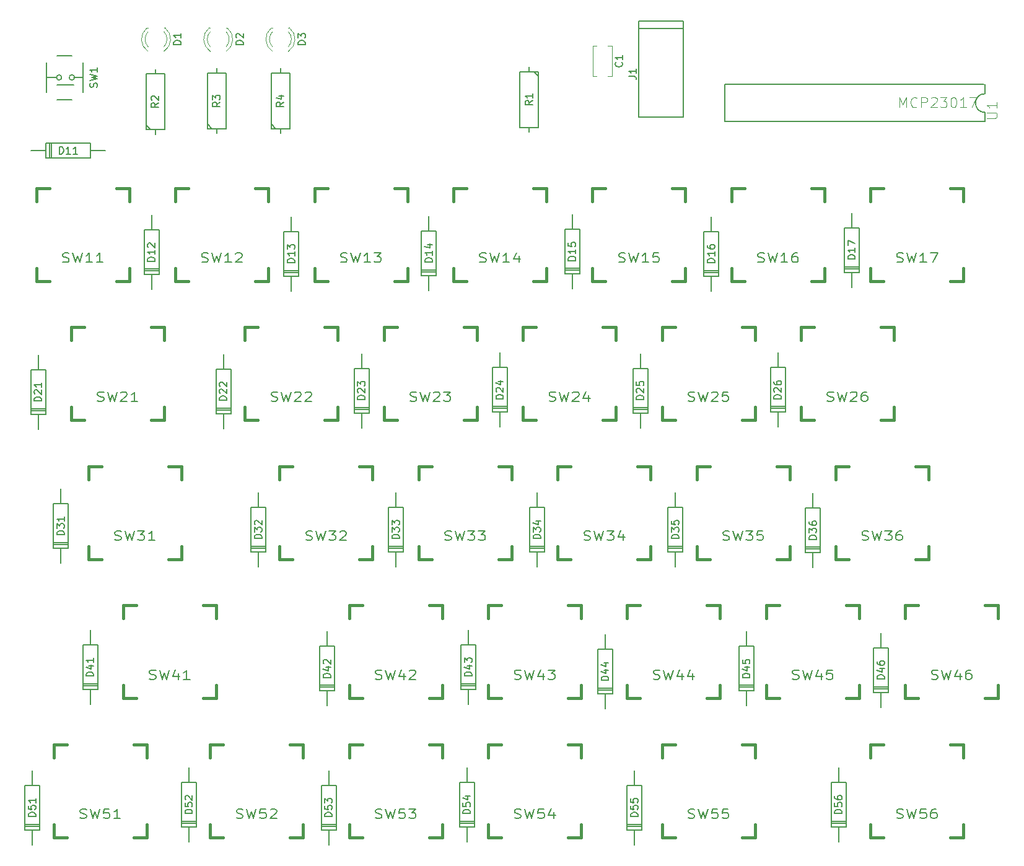
<source format=gbr>
G04 #@! TF.FileFunction,Legend,Top*
%FSLAX46Y46*%
G04 Gerber Fmt 4.6, Leading zero omitted, Abs format (unit mm)*
G04 Created by KiCad (PCBNEW 4.0.1-stable) date 2017/01/26 22:55:25*
%MOMM*%
G01*
G04 APERTURE LIST*
%ADD10C,0.100000*%
%ADD11C,0.150000*%
%ADD12C,0.381000*%
%ADD13C,0.152400*%
%ADD14C,0.120000*%
%ADD15C,0.203200*%
%ADD16C,0.050000*%
G04 APERTURE END LIST*
D10*
D11*
X41810000Y-48500000D02*
X43080000Y-48500000D01*
X34190000Y-48500000D02*
X32920000Y-48500000D01*
X34190000Y-48500000D02*
X34952000Y-48500000D01*
X34952000Y-48500000D02*
X34952000Y-49516000D01*
X34952000Y-49516000D02*
X41048000Y-49516000D01*
X41048000Y-49516000D02*
X41048000Y-48500000D01*
X41048000Y-48500000D02*
X41810000Y-48500000D01*
X41048000Y-48500000D02*
X41048000Y-47484000D01*
X41048000Y-47484000D02*
X34952000Y-47484000D01*
X34952000Y-47484000D02*
X34952000Y-48500000D01*
X35460000Y-49516000D02*
X35460000Y-47484000D01*
X35714000Y-47484000D02*
X35714000Y-49516000D01*
X49400000Y-58590000D02*
X49400000Y-57320000D01*
X49400000Y-66210000D02*
X49400000Y-67480000D01*
X49400000Y-66210000D02*
X49400000Y-65448000D01*
X49400000Y-65448000D02*
X50416000Y-65448000D01*
X50416000Y-65448000D02*
X50416000Y-59352000D01*
X50416000Y-59352000D02*
X49400000Y-59352000D01*
X49400000Y-59352000D02*
X49400000Y-58590000D01*
X49400000Y-59352000D02*
X48384000Y-59352000D01*
X48384000Y-59352000D02*
X48384000Y-65448000D01*
X48384000Y-65448000D02*
X49400000Y-65448000D01*
X50416000Y-64940000D02*
X48384000Y-64940000D01*
X48384000Y-64686000D02*
X50416000Y-64686000D01*
X68500000Y-58790000D02*
X68500000Y-57520000D01*
X68500000Y-66410000D02*
X68500000Y-67680000D01*
X68500000Y-66410000D02*
X68500000Y-65648000D01*
X68500000Y-65648000D02*
X69516000Y-65648000D01*
X69516000Y-65648000D02*
X69516000Y-59552000D01*
X69516000Y-59552000D02*
X68500000Y-59552000D01*
X68500000Y-59552000D02*
X68500000Y-58790000D01*
X68500000Y-59552000D02*
X67484000Y-59552000D01*
X67484000Y-59552000D02*
X67484000Y-65648000D01*
X67484000Y-65648000D02*
X68500000Y-65648000D01*
X69516000Y-65140000D02*
X67484000Y-65140000D01*
X67484000Y-64886000D02*
X69516000Y-64886000D01*
X87300000Y-58690000D02*
X87300000Y-57420000D01*
X87300000Y-66310000D02*
X87300000Y-67580000D01*
X87300000Y-66310000D02*
X87300000Y-65548000D01*
X87300000Y-65548000D02*
X88316000Y-65548000D01*
X88316000Y-65548000D02*
X88316000Y-59452000D01*
X88316000Y-59452000D02*
X87300000Y-59452000D01*
X87300000Y-59452000D02*
X87300000Y-58690000D01*
X87300000Y-59452000D02*
X86284000Y-59452000D01*
X86284000Y-59452000D02*
X86284000Y-65548000D01*
X86284000Y-65548000D02*
X87300000Y-65548000D01*
X88316000Y-65040000D02*
X86284000Y-65040000D01*
X86284000Y-64786000D02*
X88316000Y-64786000D01*
X106900000Y-58490000D02*
X106900000Y-57220000D01*
X106900000Y-66110000D02*
X106900000Y-67380000D01*
X106900000Y-66110000D02*
X106900000Y-65348000D01*
X106900000Y-65348000D02*
X107916000Y-65348000D01*
X107916000Y-65348000D02*
X107916000Y-59252000D01*
X107916000Y-59252000D02*
X106900000Y-59252000D01*
X106900000Y-59252000D02*
X106900000Y-58490000D01*
X106900000Y-59252000D02*
X105884000Y-59252000D01*
X105884000Y-59252000D02*
X105884000Y-65348000D01*
X105884000Y-65348000D02*
X106900000Y-65348000D01*
X107916000Y-64840000D02*
X105884000Y-64840000D01*
X105884000Y-64586000D02*
X107916000Y-64586000D01*
X125900000Y-58790000D02*
X125900000Y-57520000D01*
X125900000Y-66410000D02*
X125900000Y-67680000D01*
X125900000Y-66410000D02*
X125900000Y-65648000D01*
X125900000Y-65648000D02*
X126916000Y-65648000D01*
X126916000Y-65648000D02*
X126916000Y-59552000D01*
X126916000Y-59552000D02*
X125900000Y-59552000D01*
X125900000Y-59552000D02*
X125900000Y-58790000D01*
X125900000Y-59552000D02*
X124884000Y-59552000D01*
X124884000Y-59552000D02*
X124884000Y-65648000D01*
X124884000Y-65648000D02*
X125900000Y-65648000D01*
X126916000Y-65140000D02*
X124884000Y-65140000D01*
X124884000Y-64886000D02*
X126916000Y-64886000D01*
X145100000Y-58290000D02*
X145100000Y-57020000D01*
X145100000Y-65910000D02*
X145100000Y-67180000D01*
X145100000Y-65910000D02*
X145100000Y-65148000D01*
X145100000Y-65148000D02*
X146116000Y-65148000D01*
X146116000Y-65148000D02*
X146116000Y-59052000D01*
X146116000Y-59052000D02*
X145100000Y-59052000D01*
X145100000Y-59052000D02*
X145100000Y-58290000D01*
X145100000Y-59052000D02*
X144084000Y-59052000D01*
X144084000Y-59052000D02*
X144084000Y-65148000D01*
X144084000Y-65148000D02*
X145100000Y-65148000D01*
X146116000Y-64640000D02*
X144084000Y-64640000D01*
X144084000Y-64386000D02*
X146116000Y-64386000D01*
X33900000Y-77690000D02*
X33900000Y-76420000D01*
X33900000Y-85310000D02*
X33900000Y-86580000D01*
X33900000Y-85310000D02*
X33900000Y-84548000D01*
X33900000Y-84548000D02*
X34916000Y-84548000D01*
X34916000Y-84548000D02*
X34916000Y-78452000D01*
X34916000Y-78452000D02*
X33900000Y-78452000D01*
X33900000Y-78452000D02*
X33900000Y-77690000D01*
X33900000Y-78452000D02*
X32884000Y-78452000D01*
X32884000Y-78452000D02*
X32884000Y-84548000D01*
X32884000Y-84548000D02*
X33900000Y-84548000D01*
X34916000Y-84040000D02*
X32884000Y-84040000D01*
X32884000Y-83786000D02*
X34916000Y-83786000D01*
X59200000Y-77590000D02*
X59200000Y-76320000D01*
X59200000Y-85210000D02*
X59200000Y-86480000D01*
X59200000Y-85210000D02*
X59200000Y-84448000D01*
X59200000Y-84448000D02*
X60216000Y-84448000D01*
X60216000Y-84448000D02*
X60216000Y-78352000D01*
X60216000Y-78352000D02*
X59200000Y-78352000D01*
X59200000Y-78352000D02*
X59200000Y-77590000D01*
X59200000Y-78352000D02*
X58184000Y-78352000D01*
X58184000Y-78352000D02*
X58184000Y-84448000D01*
X58184000Y-84448000D02*
X59200000Y-84448000D01*
X60216000Y-83940000D02*
X58184000Y-83940000D01*
X58184000Y-83686000D02*
X60216000Y-83686000D01*
X78100000Y-77490000D02*
X78100000Y-76220000D01*
X78100000Y-85110000D02*
X78100000Y-86380000D01*
X78100000Y-85110000D02*
X78100000Y-84348000D01*
X78100000Y-84348000D02*
X79116000Y-84348000D01*
X79116000Y-84348000D02*
X79116000Y-78252000D01*
X79116000Y-78252000D02*
X78100000Y-78252000D01*
X78100000Y-78252000D02*
X78100000Y-77490000D01*
X78100000Y-78252000D02*
X77084000Y-78252000D01*
X77084000Y-78252000D02*
X77084000Y-84348000D01*
X77084000Y-84348000D02*
X78100000Y-84348000D01*
X79116000Y-83840000D02*
X77084000Y-83840000D01*
X77084000Y-83586000D02*
X79116000Y-83586000D01*
X97000000Y-77390000D02*
X97000000Y-76120000D01*
X97000000Y-85010000D02*
X97000000Y-86280000D01*
X97000000Y-85010000D02*
X97000000Y-84248000D01*
X97000000Y-84248000D02*
X98016000Y-84248000D01*
X98016000Y-84248000D02*
X98016000Y-78152000D01*
X98016000Y-78152000D02*
X97000000Y-78152000D01*
X97000000Y-78152000D02*
X97000000Y-77390000D01*
X97000000Y-78152000D02*
X95984000Y-78152000D01*
X95984000Y-78152000D02*
X95984000Y-84248000D01*
X95984000Y-84248000D02*
X97000000Y-84248000D01*
X98016000Y-83740000D02*
X95984000Y-83740000D01*
X95984000Y-83486000D02*
X98016000Y-83486000D01*
X116200000Y-77490000D02*
X116200000Y-76220000D01*
X116200000Y-85110000D02*
X116200000Y-86380000D01*
X116200000Y-85110000D02*
X116200000Y-84348000D01*
X116200000Y-84348000D02*
X117216000Y-84348000D01*
X117216000Y-84348000D02*
X117216000Y-78252000D01*
X117216000Y-78252000D02*
X116200000Y-78252000D01*
X116200000Y-78252000D02*
X116200000Y-77490000D01*
X116200000Y-78252000D02*
X115184000Y-78252000D01*
X115184000Y-78252000D02*
X115184000Y-84348000D01*
X115184000Y-84348000D02*
X116200000Y-84348000D01*
X117216000Y-83840000D02*
X115184000Y-83840000D01*
X115184000Y-83586000D02*
X117216000Y-83586000D01*
X135000000Y-77390000D02*
X135000000Y-76120000D01*
X135000000Y-85010000D02*
X135000000Y-86280000D01*
X135000000Y-85010000D02*
X135000000Y-84248000D01*
X135000000Y-84248000D02*
X136016000Y-84248000D01*
X136016000Y-84248000D02*
X136016000Y-78152000D01*
X136016000Y-78152000D02*
X135000000Y-78152000D01*
X135000000Y-78152000D02*
X135000000Y-77390000D01*
X135000000Y-78152000D02*
X133984000Y-78152000D01*
X133984000Y-78152000D02*
X133984000Y-84248000D01*
X133984000Y-84248000D02*
X135000000Y-84248000D01*
X136016000Y-83740000D02*
X133984000Y-83740000D01*
X133984000Y-83486000D02*
X136016000Y-83486000D01*
X37000000Y-95990000D02*
X37000000Y-94720000D01*
X37000000Y-103610000D02*
X37000000Y-104880000D01*
X37000000Y-103610000D02*
X37000000Y-102848000D01*
X37000000Y-102848000D02*
X38016000Y-102848000D01*
X38016000Y-102848000D02*
X38016000Y-96752000D01*
X38016000Y-96752000D02*
X37000000Y-96752000D01*
X37000000Y-96752000D02*
X37000000Y-95990000D01*
X37000000Y-96752000D02*
X35984000Y-96752000D01*
X35984000Y-96752000D02*
X35984000Y-102848000D01*
X35984000Y-102848000D02*
X37000000Y-102848000D01*
X38016000Y-102340000D02*
X35984000Y-102340000D01*
X35984000Y-102086000D02*
X38016000Y-102086000D01*
X64000000Y-96490000D02*
X64000000Y-95220000D01*
X64000000Y-104110000D02*
X64000000Y-105380000D01*
X64000000Y-104110000D02*
X64000000Y-103348000D01*
X64000000Y-103348000D02*
X65016000Y-103348000D01*
X65016000Y-103348000D02*
X65016000Y-97252000D01*
X65016000Y-97252000D02*
X64000000Y-97252000D01*
X64000000Y-97252000D02*
X64000000Y-96490000D01*
X64000000Y-97252000D02*
X62984000Y-97252000D01*
X62984000Y-97252000D02*
X62984000Y-103348000D01*
X62984000Y-103348000D02*
X64000000Y-103348000D01*
X65016000Y-102840000D02*
X62984000Y-102840000D01*
X62984000Y-102586000D02*
X65016000Y-102586000D01*
X82800000Y-96490000D02*
X82800000Y-95220000D01*
X82800000Y-104110000D02*
X82800000Y-105380000D01*
X82800000Y-104110000D02*
X82800000Y-103348000D01*
X82800000Y-103348000D02*
X83816000Y-103348000D01*
X83816000Y-103348000D02*
X83816000Y-97252000D01*
X83816000Y-97252000D02*
X82800000Y-97252000D01*
X82800000Y-97252000D02*
X82800000Y-96490000D01*
X82800000Y-97252000D02*
X81784000Y-97252000D01*
X81784000Y-97252000D02*
X81784000Y-103348000D01*
X81784000Y-103348000D02*
X82800000Y-103348000D01*
X83816000Y-102840000D02*
X81784000Y-102840000D01*
X81784000Y-102586000D02*
X83816000Y-102586000D01*
X102100000Y-96490000D02*
X102100000Y-95220000D01*
X102100000Y-104110000D02*
X102100000Y-105380000D01*
X102100000Y-104110000D02*
X102100000Y-103348000D01*
X102100000Y-103348000D02*
X103116000Y-103348000D01*
X103116000Y-103348000D02*
X103116000Y-97252000D01*
X103116000Y-97252000D02*
X102100000Y-97252000D01*
X102100000Y-97252000D02*
X102100000Y-96490000D01*
X102100000Y-97252000D02*
X101084000Y-97252000D01*
X101084000Y-97252000D02*
X101084000Y-103348000D01*
X101084000Y-103348000D02*
X102100000Y-103348000D01*
X103116000Y-102840000D02*
X101084000Y-102840000D01*
X101084000Y-102586000D02*
X103116000Y-102586000D01*
X121000000Y-96490000D02*
X121000000Y-95220000D01*
X121000000Y-104110000D02*
X121000000Y-105380000D01*
X121000000Y-104110000D02*
X121000000Y-103348000D01*
X121000000Y-103348000D02*
X122016000Y-103348000D01*
X122016000Y-103348000D02*
X122016000Y-97252000D01*
X122016000Y-97252000D02*
X121000000Y-97252000D01*
X121000000Y-97252000D02*
X121000000Y-96490000D01*
X121000000Y-97252000D02*
X119984000Y-97252000D01*
X119984000Y-97252000D02*
X119984000Y-103348000D01*
X119984000Y-103348000D02*
X121000000Y-103348000D01*
X122016000Y-102840000D02*
X119984000Y-102840000D01*
X119984000Y-102586000D02*
X122016000Y-102586000D01*
X139800000Y-96590000D02*
X139800000Y-95320000D01*
X139800000Y-104210000D02*
X139800000Y-105480000D01*
X139800000Y-104210000D02*
X139800000Y-103448000D01*
X139800000Y-103448000D02*
X140816000Y-103448000D01*
X140816000Y-103448000D02*
X140816000Y-97352000D01*
X140816000Y-97352000D02*
X139800000Y-97352000D01*
X139800000Y-97352000D02*
X139800000Y-96590000D01*
X139800000Y-97352000D02*
X138784000Y-97352000D01*
X138784000Y-97352000D02*
X138784000Y-103448000D01*
X138784000Y-103448000D02*
X139800000Y-103448000D01*
X140816000Y-102940000D02*
X138784000Y-102940000D01*
X138784000Y-102686000D02*
X140816000Y-102686000D01*
X41000000Y-115290000D02*
X41000000Y-114020000D01*
X41000000Y-122910000D02*
X41000000Y-124180000D01*
X41000000Y-122910000D02*
X41000000Y-122148000D01*
X41000000Y-122148000D02*
X42016000Y-122148000D01*
X42016000Y-122148000D02*
X42016000Y-116052000D01*
X42016000Y-116052000D02*
X41000000Y-116052000D01*
X41000000Y-116052000D02*
X41000000Y-115290000D01*
X41000000Y-116052000D02*
X39984000Y-116052000D01*
X39984000Y-116052000D02*
X39984000Y-122148000D01*
X39984000Y-122148000D02*
X41000000Y-122148000D01*
X42016000Y-121640000D02*
X39984000Y-121640000D01*
X39984000Y-121386000D02*
X42016000Y-121386000D01*
X73400000Y-115490000D02*
X73400000Y-114220000D01*
X73400000Y-123110000D02*
X73400000Y-124380000D01*
X73400000Y-123110000D02*
X73400000Y-122348000D01*
X73400000Y-122348000D02*
X74416000Y-122348000D01*
X74416000Y-122348000D02*
X74416000Y-116252000D01*
X74416000Y-116252000D02*
X73400000Y-116252000D01*
X73400000Y-116252000D02*
X73400000Y-115490000D01*
X73400000Y-116252000D02*
X72384000Y-116252000D01*
X72384000Y-116252000D02*
X72384000Y-122348000D01*
X72384000Y-122348000D02*
X73400000Y-122348000D01*
X74416000Y-121840000D02*
X72384000Y-121840000D01*
X72384000Y-121586000D02*
X74416000Y-121586000D01*
X92700000Y-115290000D02*
X92700000Y-114020000D01*
X92700000Y-122910000D02*
X92700000Y-124180000D01*
X92700000Y-122910000D02*
X92700000Y-122148000D01*
X92700000Y-122148000D02*
X93716000Y-122148000D01*
X93716000Y-122148000D02*
X93716000Y-116052000D01*
X93716000Y-116052000D02*
X92700000Y-116052000D01*
X92700000Y-116052000D02*
X92700000Y-115290000D01*
X92700000Y-116052000D02*
X91684000Y-116052000D01*
X91684000Y-116052000D02*
X91684000Y-122148000D01*
X91684000Y-122148000D02*
X92700000Y-122148000D01*
X93716000Y-121640000D02*
X91684000Y-121640000D01*
X91684000Y-121386000D02*
X93716000Y-121386000D01*
X111400000Y-115890000D02*
X111400000Y-114620000D01*
X111400000Y-123510000D02*
X111400000Y-124780000D01*
X111400000Y-123510000D02*
X111400000Y-122748000D01*
X111400000Y-122748000D02*
X112416000Y-122748000D01*
X112416000Y-122748000D02*
X112416000Y-116652000D01*
X112416000Y-116652000D02*
X111400000Y-116652000D01*
X111400000Y-116652000D02*
X111400000Y-115890000D01*
X111400000Y-116652000D02*
X110384000Y-116652000D01*
X110384000Y-116652000D02*
X110384000Y-122748000D01*
X110384000Y-122748000D02*
X111400000Y-122748000D01*
X112416000Y-122240000D02*
X110384000Y-122240000D01*
X110384000Y-121986000D02*
X112416000Y-121986000D01*
X130700000Y-115490000D02*
X130700000Y-114220000D01*
X130700000Y-123110000D02*
X130700000Y-124380000D01*
X130700000Y-123110000D02*
X130700000Y-122348000D01*
X130700000Y-122348000D02*
X131716000Y-122348000D01*
X131716000Y-122348000D02*
X131716000Y-116252000D01*
X131716000Y-116252000D02*
X130700000Y-116252000D01*
X130700000Y-116252000D02*
X130700000Y-115490000D01*
X130700000Y-116252000D02*
X129684000Y-116252000D01*
X129684000Y-116252000D02*
X129684000Y-122348000D01*
X129684000Y-122348000D02*
X130700000Y-122348000D01*
X131716000Y-121840000D02*
X129684000Y-121840000D01*
X129684000Y-121586000D02*
X131716000Y-121586000D01*
X149100000Y-115690000D02*
X149100000Y-114420000D01*
X149100000Y-123310000D02*
X149100000Y-124580000D01*
X149100000Y-123310000D02*
X149100000Y-122548000D01*
X149100000Y-122548000D02*
X150116000Y-122548000D01*
X150116000Y-122548000D02*
X150116000Y-116452000D01*
X150116000Y-116452000D02*
X149100000Y-116452000D01*
X149100000Y-116452000D02*
X149100000Y-115690000D01*
X149100000Y-116452000D02*
X148084000Y-116452000D01*
X148084000Y-116452000D02*
X148084000Y-122548000D01*
X148084000Y-122548000D02*
X149100000Y-122548000D01*
X150116000Y-122040000D02*
X148084000Y-122040000D01*
X148084000Y-121786000D02*
X150116000Y-121786000D01*
X33100000Y-134490000D02*
X33100000Y-133220000D01*
X33100000Y-142110000D02*
X33100000Y-143380000D01*
X33100000Y-142110000D02*
X33100000Y-141348000D01*
X33100000Y-141348000D02*
X34116000Y-141348000D01*
X34116000Y-141348000D02*
X34116000Y-135252000D01*
X34116000Y-135252000D02*
X33100000Y-135252000D01*
X33100000Y-135252000D02*
X33100000Y-134490000D01*
X33100000Y-135252000D02*
X32084000Y-135252000D01*
X32084000Y-135252000D02*
X32084000Y-141348000D01*
X32084000Y-141348000D02*
X33100000Y-141348000D01*
X34116000Y-140840000D02*
X32084000Y-140840000D01*
X32084000Y-140586000D02*
X34116000Y-140586000D01*
X54500000Y-134090000D02*
X54500000Y-132820000D01*
X54500000Y-141710000D02*
X54500000Y-142980000D01*
X54500000Y-141710000D02*
X54500000Y-140948000D01*
X54500000Y-140948000D02*
X55516000Y-140948000D01*
X55516000Y-140948000D02*
X55516000Y-134852000D01*
X55516000Y-134852000D02*
X54500000Y-134852000D01*
X54500000Y-134852000D02*
X54500000Y-134090000D01*
X54500000Y-134852000D02*
X53484000Y-134852000D01*
X53484000Y-134852000D02*
X53484000Y-140948000D01*
X53484000Y-140948000D02*
X54500000Y-140948000D01*
X55516000Y-140440000D02*
X53484000Y-140440000D01*
X53484000Y-140186000D02*
X55516000Y-140186000D01*
X73600000Y-134490000D02*
X73600000Y-133220000D01*
X73600000Y-142110000D02*
X73600000Y-143380000D01*
X73600000Y-142110000D02*
X73600000Y-141348000D01*
X73600000Y-141348000D02*
X74616000Y-141348000D01*
X74616000Y-141348000D02*
X74616000Y-135252000D01*
X74616000Y-135252000D02*
X73600000Y-135252000D01*
X73600000Y-135252000D02*
X73600000Y-134490000D01*
X73600000Y-135252000D02*
X72584000Y-135252000D01*
X72584000Y-135252000D02*
X72584000Y-141348000D01*
X72584000Y-141348000D02*
X73600000Y-141348000D01*
X74616000Y-140840000D02*
X72584000Y-140840000D01*
X72584000Y-140586000D02*
X74616000Y-140586000D01*
X92500000Y-134090000D02*
X92500000Y-132820000D01*
X92500000Y-141710000D02*
X92500000Y-142980000D01*
X92500000Y-141710000D02*
X92500000Y-140948000D01*
X92500000Y-140948000D02*
X93516000Y-140948000D01*
X93516000Y-140948000D02*
X93516000Y-134852000D01*
X93516000Y-134852000D02*
X92500000Y-134852000D01*
X92500000Y-134852000D02*
X92500000Y-134090000D01*
X92500000Y-134852000D02*
X91484000Y-134852000D01*
X91484000Y-134852000D02*
X91484000Y-140948000D01*
X91484000Y-140948000D02*
X92500000Y-140948000D01*
X93516000Y-140440000D02*
X91484000Y-140440000D01*
X91484000Y-140186000D02*
X93516000Y-140186000D01*
X115400000Y-134490000D02*
X115400000Y-133220000D01*
X115400000Y-142110000D02*
X115400000Y-143380000D01*
X115400000Y-142110000D02*
X115400000Y-141348000D01*
X115400000Y-141348000D02*
X116416000Y-141348000D01*
X116416000Y-141348000D02*
X116416000Y-135252000D01*
X116416000Y-135252000D02*
X115400000Y-135252000D01*
X115400000Y-135252000D02*
X115400000Y-134490000D01*
X115400000Y-135252000D02*
X114384000Y-135252000D01*
X114384000Y-135252000D02*
X114384000Y-141348000D01*
X114384000Y-141348000D02*
X115400000Y-141348000D01*
X116416000Y-140840000D02*
X114384000Y-140840000D01*
X114384000Y-140586000D02*
X116416000Y-140586000D01*
X143300000Y-134090000D02*
X143300000Y-132820000D01*
X143300000Y-141710000D02*
X143300000Y-142980000D01*
X143300000Y-141710000D02*
X143300000Y-140948000D01*
X143300000Y-140948000D02*
X144316000Y-140948000D01*
X144316000Y-140948000D02*
X144316000Y-134852000D01*
X144316000Y-134852000D02*
X143300000Y-134852000D01*
X143300000Y-134852000D02*
X143300000Y-134090000D01*
X143300000Y-134852000D02*
X142284000Y-134852000D01*
X142284000Y-134852000D02*
X142284000Y-140948000D01*
X142284000Y-140948000D02*
X143300000Y-140948000D01*
X144316000Y-140440000D02*
X142284000Y-140440000D01*
X142284000Y-140186000D02*
X144316000Y-140186000D01*
X122050000Y-31800000D02*
X122050000Y-30800000D01*
X122050000Y-30800000D02*
X115950000Y-30800000D01*
X115950000Y-30800000D02*
X115950000Y-31800000D01*
X115950000Y-31800000D02*
X115950000Y-43900000D01*
X122050000Y-31800000D02*
X122050000Y-43900000D01*
X122050000Y-31800000D02*
X115950000Y-31800000D01*
X115950000Y-43900000D02*
X122050000Y-43900000D01*
X101635000Y-37690000D02*
X99730000Y-37690000D01*
X99730000Y-37690000D02*
X99730000Y-45310000D01*
X99730000Y-45310000D02*
X102270000Y-45310000D01*
X102270000Y-45310000D02*
X102270000Y-37690000D01*
X102270000Y-37690000D02*
X101635000Y-37690000D01*
X101000000Y-37055000D02*
X101000000Y-37690000D01*
X101000000Y-45310000D02*
X101000000Y-45945000D01*
X101635000Y-37690000D02*
X102270000Y-38325000D01*
X49265000Y-45610000D02*
X51170000Y-45610000D01*
X51170000Y-45610000D02*
X51170000Y-37990000D01*
X51170000Y-37990000D02*
X48630000Y-37990000D01*
X48630000Y-37990000D02*
X48630000Y-45610000D01*
X48630000Y-45610000D02*
X49265000Y-45610000D01*
X49900000Y-46245000D02*
X49900000Y-45610000D01*
X49900000Y-37990000D02*
X49900000Y-37355000D01*
X49265000Y-45610000D02*
X48630000Y-44975000D01*
X57665000Y-45510000D02*
X59570000Y-45510000D01*
X59570000Y-45510000D02*
X59570000Y-37890000D01*
X59570000Y-37890000D02*
X57030000Y-37890000D01*
X57030000Y-37890000D02*
X57030000Y-45510000D01*
X57030000Y-45510000D02*
X57665000Y-45510000D01*
X58300000Y-46145000D02*
X58300000Y-45510000D01*
X58300000Y-37890000D02*
X58300000Y-37255000D01*
X57665000Y-45510000D02*
X57030000Y-44875000D01*
X66365000Y-45510000D02*
X68270000Y-45510000D01*
X68270000Y-45510000D02*
X68270000Y-37890000D01*
X68270000Y-37890000D02*
X65730000Y-37890000D01*
X65730000Y-37890000D02*
X65730000Y-45510000D01*
X65730000Y-45510000D02*
X66365000Y-45510000D01*
X67000000Y-46145000D02*
X67000000Y-45510000D01*
X67000000Y-37890000D02*
X67000000Y-37255000D01*
X66365000Y-45510000D02*
X65730000Y-44875000D01*
D12*
X33650000Y-53650000D02*
X35428000Y-53650000D01*
X44572000Y-53650000D02*
X46350000Y-53650000D01*
X46350000Y-53650000D02*
X46350000Y-55428000D01*
X46350000Y-64572000D02*
X46350000Y-66350000D01*
X46350000Y-66350000D02*
X44572000Y-66350000D01*
X35428000Y-66350000D02*
X33650000Y-66350000D01*
X33650000Y-66350000D02*
X33650000Y-64572000D01*
X33650000Y-55428000D02*
X33650000Y-53650000D01*
X52650000Y-53650000D02*
X54428000Y-53650000D01*
X63572000Y-53650000D02*
X65350000Y-53650000D01*
X65350000Y-53650000D02*
X65350000Y-55428000D01*
X65350000Y-64572000D02*
X65350000Y-66350000D01*
X65350000Y-66350000D02*
X63572000Y-66350000D01*
X54428000Y-66350000D02*
X52650000Y-66350000D01*
X52650000Y-66350000D02*
X52650000Y-64572000D01*
X52650000Y-55428000D02*
X52650000Y-53650000D01*
X71650000Y-53650000D02*
X73428000Y-53650000D01*
X82572000Y-53650000D02*
X84350000Y-53650000D01*
X84350000Y-53650000D02*
X84350000Y-55428000D01*
X84350000Y-64572000D02*
X84350000Y-66350000D01*
X84350000Y-66350000D02*
X82572000Y-66350000D01*
X73428000Y-66350000D02*
X71650000Y-66350000D01*
X71650000Y-66350000D02*
X71650000Y-64572000D01*
X71650000Y-55428000D02*
X71650000Y-53650000D01*
X90650000Y-53650000D02*
X92428000Y-53650000D01*
X101572000Y-53650000D02*
X103350000Y-53650000D01*
X103350000Y-53650000D02*
X103350000Y-55428000D01*
X103350000Y-64572000D02*
X103350000Y-66350000D01*
X103350000Y-66350000D02*
X101572000Y-66350000D01*
X92428000Y-66350000D02*
X90650000Y-66350000D01*
X90650000Y-66350000D02*
X90650000Y-64572000D01*
X90650000Y-55428000D02*
X90650000Y-53650000D01*
X109650000Y-53650000D02*
X111428000Y-53650000D01*
X120572000Y-53650000D02*
X122350000Y-53650000D01*
X122350000Y-53650000D02*
X122350000Y-55428000D01*
X122350000Y-64572000D02*
X122350000Y-66350000D01*
X122350000Y-66350000D02*
X120572000Y-66350000D01*
X111428000Y-66350000D02*
X109650000Y-66350000D01*
X109650000Y-66350000D02*
X109650000Y-64572000D01*
X109650000Y-55428000D02*
X109650000Y-53650000D01*
X128650000Y-53650000D02*
X130428000Y-53650000D01*
X139572000Y-53650000D02*
X141350000Y-53650000D01*
X141350000Y-53650000D02*
X141350000Y-55428000D01*
X141350000Y-64572000D02*
X141350000Y-66350000D01*
X141350000Y-66350000D02*
X139572000Y-66350000D01*
X130428000Y-66350000D02*
X128650000Y-66350000D01*
X128650000Y-66350000D02*
X128650000Y-64572000D01*
X128650000Y-55428000D02*
X128650000Y-53650000D01*
X147650000Y-53650000D02*
X149428000Y-53650000D01*
X158572000Y-53650000D02*
X160350000Y-53650000D01*
X160350000Y-53650000D02*
X160350000Y-55428000D01*
X160350000Y-64572000D02*
X160350000Y-66350000D01*
X160350000Y-66350000D02*
X158572000Y-66350000D01*
X149428000Y-66350000D02*
X147650000Y-66350000D01*
X147650000Y-66350000D02*
X147650000Y-64572000D01*
X147650000Y-55428000D02*
X147650000Y-53650000D01*
X38400000Y-72650000D02*
X40178000Y-72650000D01*
X49322000Y-72650000D02*
X51100000Y-72650000D01*
X51100000Y-72650000D02*
X51100000Y-74428000D01*
X51100000Y-83572000D02*
X51100000Y-85350000D01*
X51100000Y-85350000D02*
X49322000Y-85350000D01*
X40178000Y-85350000D02*
X38400000Y-85350000D01*
X38400000Y-85350000D02*
X38400000Y-83572000D01*
X38400000Y-74428000D02*
X38400000Y-72650000D01*
X62150000Y-72650000D02*
X63928000Y-72650000D01*
X73072000Y-72650000D02*
X74850000Y-72650000D01*
X74850000Y-72650000D02*
X74850000Y-74428000D01*
X74850000Y-83572000D02*
X74850000Y-85350000D01*
X74850000Y-85350000D02*
X73072000Y-85350000D01*
X63928000Y-85350000D02*
X62150000Y-85350000D01*
X62150000Y-85350000D02*
X62150000Y-83572000D01*
X62150000Y-74428000D02*
X62150000Y-72650000D01*
X81150000Y-72650000D02*
X82928000Y-72650000D01*
X92072000Y-72650000D02*
X93850000Y-72650000D01*
X93850000Y-72650000D02*
X93850000Y-74428000D01*
X93850000Y-83572000D02*
X93850000Y-85350000D01*
X93850000Y-85350000D02*
X92072000Y-85350000D01*
X82928000Y-85350000D02*
X81150000Y-85350000D01*
X81150000Y-85350000D02*
X81150000Y-83572000D01*
X81150000Y-74428000D02*
X81150000Y-72650000D01*
X100150000Y-72650000D02*
X101928000Y-72650000D01*
X111072000Y-72650000D02*
X112850000Y-72650000D01*
X112850000Y-72650000D02*
X112850000Y-74428000D01*
X112850000Y-83572000D02*
X112850000Y-85350000D01*
X112850000Y-85350000D02*
X111072000Y-85350000D01*
X101928000Y-85350000D02*
X100150000Y-85350000D01*
X100150000Y-85350000D02*
X100150000Y-83572000D01*
X100150000Y-74428000D02*
X100150000Y-72650000D01*
X119150000Y-72650000D02*
X120928000Y-72650000D01*
X130072000Y-72650000D02*
X131850000Y-72650000D01*
X131850000Y-72650000D02*
X131850000Y-74428000D01*
X131850000Y-83572000D02*
X131850000Y-85350000D01*
X131850000Y-85350000D02*
X130072000Y-85350000D01*
X120928000Y-85350000D02*
X119150000Y-85350000D01*
X119150000Y-85350000D02*
X119150000Y-83572000D01*
X119150000Y-74428000D02*
X119150000Y-72650000D01*
X138150000Y-72650000D02*
X139928000Y-72650000D01*
X149072000Y-72650000D02*
X150850000Y-72650000D01*
X150850000Y-72650000D02*
X150850000Y-74428000D01*
X150850000Y-83572000D02*
X150850000Y-85350000D01*
X150850000Y-85350000D02*
X149072000Y-85350000D01*
X139928000Y-85350000D02*
X138150000Y-85350000D01*
X138150000Y-85350000D02*
X138150000Y-83572000D01*
X138150000Y-74428000D02*
X138150000Y-72650000D01*
X40775000Y-91650000D02*
X42553000Y-91650000D01*
X51697000Y-91650000D02*
X53475000Y-91650000D01*
X53475000Y-91650000D02*
X53475000Y-93428000D01*
X53475000Y-102572000D02*
X53475000Y-104350000D01*
X53475000Y-104350000D02*
X51697000Y-104350000D01*
X42553000Y-104350000D02*
X40775000Y-104350000D01*
X40775000Y-104350000D02*
X40775000Y-102572000D01*
X40775000Y-93428000D02*
X40775000Y-91650000D01*
X66900000Y-91650000D02*
X68678000Y-91650000D01*
X77822000Y-91650000D02*
X79600000Y-91650000D01*
X79600000Y-91650000D02*
X79600000Y-93428000D01*
X79600000Y-102572000D02*
X79600000Y-104350000D01*
X79600000Y-104350000D02*
X77822000Y-104350000D01*
X68678000Y-104350000D02*
X66900000Y-104350000D01*
X66900000Y-104350000D02*
X66900000Y-102572000D01*
X66900000Y-93428000D02*
X66900000Y-91650000D01*
X85900000Y-91650000D02*
X87678000Y-91650000D01*
X96822000Y-91650000D02*
X98600000Y-91650000D01*
X98600000Y-91650000D02*
X98600000Y-93428000D01*
X98600000Y-102572000D02*
X98600000Y-104350000D01*
X98600000Y-104350000D02*
X96822000Y-104350000D01*
X87678000Y-104350000D02*
X85900000Y-104350000D01*
X85900000Y-104350000D02*
X85900000Y-102572000D01*
X85900000Y-93428000D02*
X85900000Y-91650000D01*
X104900000Y-91650000D02*
X106678000Y-91650000D01*
X115822000Y-91650000D02*
X117600000Y-91650000D01*
X117600000Y-91650000D02*
X117600000Y-93428000D01*
X117600000Y-102572000D02*
X117600000Y-104350000D01*
X117600000Y-104350000D02*
X115822000Y-104350000D01*
X106678000Y-104350000D02*
X104900000Y-104350000D01*
X104900000Y-104350000D02*
X104900000Y-102572000D01*
X104900000Y-93428000D02*
X104900000Y-91650000D01*
X123900000Y-91650000D02*
X125678000Y-91650000D01*
X134822000Y-91650000D02*
X136600000Y-91650000D01*
X136600000Y-91650000D02*
X136600000Y-93428000D01*
X136600000Y-102572000D02*
X136600000Y-104350000D01*
X136600000Y-104350000D02*
X134822000Y-104350000D01*
X125678000Y-104350000D02*
X123900000Y-104350000D01*
X123900000Y-104350000D02*
X123900000Y-102572000D01*
X123900000Y-93428000D02*
X123900000Y-91650000D01*
X142900000Y-91650000D02*
X144678000Y-91650000D01*
X153822000Y-91650000D02*
X155600000Y-91650000D01*
X155600000Y-91650000D02*
X155600000Y-93428000D01*
X155600000Y-102572000D02*
X155600000Y-104350000D01*
X155600000Y-104350000D02*
X153822000Y-104350000D01*
X144678000Y-104350000D02*
X142900000Y-104350000D01*
X142900000Y-104350000D02*
X142900000Y-102572000D01*
X142900000Y-93428000D02*
X142900000Y-91650000D01*
X45525000Y-110650000D02*
X47303000Y-110650000D01*
X56447000Y-110650000D02*
X58225000Y-110650000D01*
X58225000Y-110650000D02*
X58225000Y-112428000D01*
X58225000Y-121572000D02*
X58225000Y-123350000D01*
X58225000Y-123350000D02*
X56447000Y-123350000D01*
X47303000Y-123350000D02*
X45525000Y-123350000D01*
X45525000Y-123350000D02*
X45525000Y-121572000D01*
X45525000Y-112428000D02*
X45525000Y-110650000D01*
X76400000Y-110650000D02*
X78178000Y-110650000D01*
X87322000Y-110650000D02*
X89100000Y-110650000D01*
X89100000Y-110650000D02*
X89100000Y-112428000D01*
X89100000Y-121572000D02*
X89100000Y-123350000D01*
X89100000Y-123350000D02*
X87322000Y-123350000D01*
X78178000Y-123350000D02*
X76400000Y-123350000D01*
X76400000Y-123350000D02*
X76400000Y-121572000D01*
X76400000Y-112428000D02*
X76400000Y-110650000D01*
X95400000Y-110650000D02*
X97178000Y-110650000D01*
X106322000Y-110650000D02*
X108100000Y-110650000D01*
X108100000Y-110650000D02*
X108100000Y-112428000D01*
X108100000Y-121572000D02*
X108100000Y-123350000D01*
X108100000Y-123350000D02*
X106322000Y-123350000D01*
X97178000Y-123350000D02*
X95400000Y-123350000D01*
X95400000Y-123350000D02*
X95400000Y-121572000D01*
X95400000Y-112428000D02*
X95400000Y-110650000D01*
X114400000Y-110650000D02*
X116178000Y-110650000D01*
X125322000Y-110650000D02*
X127100000Y-110650000D01*
X127100000Y-110650000D02*
X127100000Y-112428000D01*
X127100000Y-121572000D02*
X127100000Y-123350000D01*
X127100000Y-123350000D02*
X125322000Y-123350000D01*
X116178000Y-123350000D02*
X114400000Y-123350000D01*
X114400000Y-123350000D02*
X114400000Y-121572000D01*
X114400000Y-112428000D02*
X114400000Y-110650000D01*
X133400000Y-110650000D02*
X135178000Y-110650000D01*
X144322000Y-110650000D02*
X146100000Y-110650000D01*
X146100000Y-110650000D02*
X146100000Y-112428000D01*
X146100000Y-121572000D02*
X146100000Y-123350000D01*
X146100000Y-123350000D02*
X144322000Y-123350000D01*
X135178000Y-123350000D02*
X133400000Y-123350000D01*
X133400000Y-123350000D02*
X133400000Y-121572000D01*
X133400000Y-112428000D02*
X133400000Y-110650000D01*
X152400000Y-110650000D02*
X154178000Y-110650000D01*
X163322000Y-110650000D02*
X165100000Y-110650000D01*
X165100000Y-110650000D02*
X165100000Y-112428000D01*
X165100000Y-121572000D02*
X165100000Y-123350000D01*
X165100000Y-123350000D02*
X163322000Y-123350000D01*
X154178000Y-123350000D02*
X152400000Y-123350000D01*
X152400000Y-123350000D02*
X152400000Y-121572000D01*
X152400000Y-112428000D02*
X152400000Y-110650000D01*
X57400000Y-129650000D02*
X59178000Y-129650000D01*
X68322000Y-129650000D02*
X70100000Y-129650000D01*
X70100000Y-129650000D02*
X70100000Y-131428000D01*
X70100000Y-140572000D02*
X70100000Y-142350000D01*
X70100000Y-142350000D02*
X68322000Y-142350000D01*
X59178000Y-142350000D02*
X57400000Y-142350000D01*
X57400000Y-142350000D02*
X57400000Y-140572000D01*
X57400000Y-131428000D02*
X57400000Y-129650000D01*
X76400000Y-129650000D02*
X78178000Y-129650000D01*
X87322000Y-129650000D02*
X89100000Y-129650000D01*
X89100000Y-129650000D02*
X89100000Y-131428000D01*
X89100000Y-140572000D02*
X89100000Y-142350000D01*
X89100000Y-142350000D02*
X87322000Y-142350000D01*
X78178000Y-142350000D02*
X76400000Y-142350000D01*
X76400000Y-142350000D02*
X76400000Y-140572000D01*
X76400000Y-131428000D02*
X76400000Y-129650000D01*
D13*
X163280000Y-40730000D02*
X163280000Y-39460000D01*
X163280000Y-43270000D02*
G75*
G02X163280000Y-40730000I0J1270000D01*
G01*
X127720000Y-39460000D02*
X127720000Y-44540000D01*
X163280000Y-44540000D02*
X163280000Y-43270000D01*
X163280000Y-44540000D02*
X127720000Y-44540000D01*
X163153000Y-39460000D02*
X127720000Y-39460000D01*
D14*
X112310000Y-34190000D02*
X112310000Y-38310000D01*
X109690000Y-34190000D02*
X109690000Y-38310000D01*
X112310000Y-34190000D02*
X111750000Y-34190000D01*
X110250000Y-34190000D02*
X109690000Y-34190000D01*
X112310000Y-38310000D02*
X111750000Y-38310000D01*
X110250000Y-38310000D02*
X109690000Y-38310000D01*
X51078608Y-34942335D02*
G75*
G03X51235516Y-31710000I-1078608J1672335D01*
G01*
X48921392Y-34942335D02*
G75*
G02X48764484Y-31710000I1078608J1672335D01*
G01*
X51079837Y-34311130D02*
G75*
G03X51080000Y-32229039I-1079837J1041130D01*
G01*
X48920163Y-34311130D02*
G75*
G02X48920000Y-32229039I1079837J1041130D01*
G01*
X51236000Y-31710000D02*
X51080000Y-31710000D01*
X48920000Y-31710000D02*
X48764000Y-31710000D01*
X59578608Y-34942335D02*
G75*
G03X59735516Y-31710000I-1078608J1672335D01*
G01*
X57421392Y-34942335D02*
G75*
G02X57264484Y-31710000I1078608J1672335D01*
G01*
X59579837Y-34311130D02*
G75*
G03X59580000Y-32229039I-1079837J1041130D01*
G01*
X57420163Y-34311130D02*
G75*
G02X57420000Y-32229039I1079837J1041130D01*
G01*
X59736000Y-31710000D02*
X59580000Y-31710000D01*
X57420000Y-31710000D02*
X57264000Y-31710000D01*
X68078608Y-34942335D02*
G75*
G03X68235516Y-31710000I-1078608J1672335D01*
G01*
X65921392Y-34942335D02*
G75*
G02X65764484Y-31710000I1078608J1672335D01*
G01*
X68079837Y-34311130D02*
G75*
G03X68080000Y-32229039I-1079837J1041130D01*
G01*
X65920163Y-34311130D02*
G75*
G02X65920000Y-32229039I1079837J1041130D01*
G01*
X68236000Y-31710000D02*
X68080000Y-31710000D01*
X65920000Y-31710000D02*
X65764000Y-31710000D01*
D11*
X36500000Y-39500000D02*
X38750000Y-39500000D01*
X38750000Y-38500000D02*
X40000000Y-38500000D01*
X36500000Y-38500000D02*
X35000000Y-38500000D01*
X38853553Y-38500000D02*
G75*
G03X38853553Y-38500000I-353553J0D01*
G01*
X37103553Y-38500000D02*
G75*
G03X37103553Y-38500000I-353553J0D01*
G01*
X40000000Y-40500000D02*
X40000000Y-36500000D01*
X35000000Y-40500000D02*
X35000000Y-36500000D01*
X36500000Y-35500000D02*
X38500000Y-35500000D01*
X36500000Y-41500000D02*
X38500000Y-41500000D01*
D12*
X36025000Y-129650000D02*
X37803000Y-129650000D01*
X46947000Y-129650000D02*
X48725000Y-129650000D01*
X48725000Y-129650000D02*
X48725000Y-131428000D01*
X48725000Y-140572000D02*
X48725000Y-142350000D01*
X48725000Y-142350000D02*
X46947000Y-142350000D01*
X37803000Y-142350000D02*
X36025000Y-142350000D01*
X36025000Y-142350000D02*
X36025000Y-140572000D01*
X36025000Y-131428000D02*
X36025000Y-129650000D01*
X95400000Y-129650000D02*
X97178000Y-129650000D01*
X106322000Y-129650000D02*
X108100000Y-129650000D01*
X108100000Y-129650000D02*
X108100000Y-131428000D01*
X108100000Y-140572000D02*
X108100000Y-142350000D01*
X108100000Y-142350000D02*
X106322000Y-142350000D01*
X97178000Y-142350000D02*
X95400000Y-142350000D01*
X95400000Y-142350000D02*
X95400000Y-140572000D01*
X95400000Y-131428000D02*
X95400000Y-129650000D01*
X119150000Y-129650000D02*
X120928000Y-129650000D01*
X130072000Y-129650000D02*
X131850000Y-129650000D01*
X131850000Y-129650000D02*
X131850000Y-131428000D01*
X131850000Y-140572000D02*
X131850000Y-142350000D01*
X131850000Y-142350000D02*
X130072000Y-142350000D01*
X120928000Y-142350000D02*
X119150000Y-142350000D01*
X119150000Y-142350000D02*
X119150000Y-140572000D01*
X119150000Y-131428000D02*
X119150000Y-129650000D01*
X147650000Y-129650000D02*
X149428000Y-129650000D01*
X158572000Y-129650000D02*
X160350000Y-129650000D01*
X160350000Y-129650000D02*
X160350000Y-131428000D01*
X160350000Y-140572000D02*
X160350000Y-142350000D01*
X160350000Y-142350000D02*
X158572000Y-142350000D01*
X149428000Y-142350000D02*
X147650000Y-142350000D01*
X147650000Y-142350000D02*
X147650000Y-140572000D01*
X147650000Y-131428000D02*
X147650000Y-129650000D01*
D11*
X36785714Y-48952381D02*
X36785714Y-47952381D01*
X37023809Y-47952381D01*
X37166667Y-48000000D01*
X37261905Y-48095238D01*
X37309524Y-48190476D01*
X37357143Y-48380952D01*
X37357143Y-48523810D01*
X37309524Y-48714286D01*
X37261905Y-48809524D01*
X37166667Y-48904762D01*
X37023809Y-48952381D01*
X36785714Y-48952381D01*
X38309524Y-48952381D02*
X37738095Y-48952381D01*
X38023809Y-48952381D02*
X38023809Y-47952381D01*
X37928571Y-48095238D01*
X37833333Y-48190476D01*
X37738095Y-48238095D01*
X39261905Y-48952381D02*
X38690476Y-48952381D01*
X38976190Y-48952381D02*
X38976190Y-47952381D01*
X38880952Y-48095238D01*
X38785714Y-48190476D01*
X38690476Y-48238095D01*
X49852381Y-63614286D02*
X48852381Y-63614286D01*
X48852381Y-63376191D01*
X48900000Y-63233333D01*
X48995238Y-63138095D01*
X49090476Y-63090476D01*
X49280952Y-63042857D01*
X49423810Y-63042857D01*
X49614286Y-63090476D01*
X49709524Y-63138095D01*
X49804762Y-63233333D01*
X49852381Y-63376191D01*
X49852381Y-63614286D01*
X49852381Y-62090476D02*
X49852381Y-62661905D01*
X49852381Y-62376191D02*
X48852381Y-62376191D01*
X48995238Y-62471429D01*
X49090476Y-62566667D01*
X49138095Y-62661905D01*
X48947619Y-61709524D02*
X48900000Y-61661905D01*
X48852381Y-61566667D01*
X48852381Y-61328571D01*
X48900000Y-61233333D01*
X48947619Y-61185714D01*
X49042857Y-61138095D01*
X49138095Y-61138095D01*
X49280952Y-61185714D01*
X49852381Y-61757143D01*
X49852381Y-61138095D01*
X68952381Y-63814286D02*
X67952381Y-63814286D01*
X67952381Y-63576191D01*
X68000000Y-63433333D01*
X68095238Y-63338095D01*
X68190476Y-63290476D01*
X68380952Y-63242857D01*
X68523810Y-63242857D01*
X68714286Y-63290476D01*
X68809524Y-63338095D01*
X68904762Y-63433333D01*
X68952381Y-63576191D01*
X68952381Y-63814286D01*
X68952381Y-62290476D02*
X68952381Y-62861905D01*
X68952381Y-62576191D02*
X67952381Y-62576191D01*
X68095238Y-62671429D01*
X68190476Y-62766667D01*
X68238095Y-62861905D01*
X67952381Y-61957143D02*
X67952381Y-61338095D01*
X68333333Y-61671429D01*
X68333333Y-61528571D01*
X68380952Y-61433333D01*
X68428571Y-61385714D01*
X68523810Y-61338095D01*
X68761905Y-61338095D01*
X68857143Y-61385714D01*
X68904762Y-61433333D01*
X68952381Y-61528571D01*
X68952381Y-61814286D01*
X68904762Y-61909524D01*
X68857143Y-61957143D01*
X87752381Y-63714286D02*
X86752381Y-63714286D01*
X86752381Y-63476191D01*
X86800000Y-63333333D01*
X86895238Y-63238095D01*
X86990476Y-63190476D01*
X87180952Y-63142857D01*
X87323810Y-63142857D01*
X87514286Y-63190476D01*
X87609524Y-63238095D01*
X87704762Y-63333333D01*
X87752381Y-63476191D01*
X87752381Y-63714286D01*
X87752381Y-62190476D02*
X87752381Y-62761905D01*
X87752381Y-62476191D02*
X86752381Y-62476191D01*
X86895238Y-62571429D01*
X86990476Y-62666667D01*
X87038095Y-62761905D01*
X87085714Y-61333333D02*
X87752381Y-61333333D01*
X86704762Y-61571429D02*
X87419048Y-61809524D01*
X87419048Y-61190476D01*
X107352381Y-63514286D02*
X106352381Y-63514286D01*
X106352381Y-63276191D01*
X106400000Y-63133333D01*
X106495238Y-63038095D01*
X106590476Y-62990476D01*
X106780952Y-62942857D01*
X106923810Y-62942857D01*
X107114286Y-62990476D01*
X107209524Y-63038095D01*
X107304762Y-63133333D01*
X107352381Y-63276191D01*
X107352381Y-63514286D01*
X107352381Y-61990476D02*
X107352381Y-62561905D01*
X107352381Y-62276191D02*
X106352381Y-62276191D01*
X106495238Y-62371429D01*
X106590476Y-62466667D01*
X106638095Y-62561905D01*
X106352381Y-61085714D02*
X106352381Y-61561905D01*
X106828571Y-61609524D01*
X106780952Y-61561905D01*
X106733333Y-61466667D01*
X106733333Y-61228571D01*
X106780952Y-61133333D01*
X106828571Y-61085714D01*
X106923810Y-61038095D01*
X107161905Y-61038095D01*
X107257143Y-61085714D01*
X107304762Y-61133333D01*
X107352381Y-61228571D01*
X107352381Y-61466667D01*
X107304762Y-61561905D01*
X107257143Y-61609524D01*
X126352381Y-63814286D02*
X125352381Y-63814286D01*
X125352381Y-63576191D01*
X125400000Y-63433333D01*
X125495238Y-63338095D01*
X125590476Y-63290476D01*
X125780952Y-63242857D01*
X125923810Y-63242857D01*
X126114286Y-63290476D01*
X126209524Y-63338095D01*
X126304762Y-63433333D01*
X126352381Y-63576191D01*
X126352381Y-63814286D01*
X126352381Y-62290476D02*
X126352381Y-62861905D01*
X126352381Y-62576191D02*
X125352381Y-62576191D01*
X125495238Y-62671429D01*
X125590476Y-62766667D01*
X125638095Y-62861905D01*
X125352381Y-61433333D02*
X125352381Y-61623810D01*
X125400000Y-61719048D01*
X125447619Y-61766667D01*
X125590476Y-61861905D01*
X125780952Y-61909524D01*
X126161905Y-61909524D01*
X126257143Y-61861905D01*
X126304762Y-61814286D01*
X126352381Y-61719048D01*
X126352381Y-61528571D01*
X126304762Y-61433333D01*
X126257143Y-61385714D01*
X126161905Y-61338095D01*
X125923810Y-61338095D01*
X125828571Y-61385714D01*
X125780952Y-61433333D01*
X125733333Y-61528571D01*
X125733333Y-61719048D01*
X125780952Y-61814286D01*
X125828571Y-61861905D01*
X125923810Y-61909524D01*
X145552381Y-63314286D02*
X144552381Y-63314286D01*
X144552381Y-63076191D01*
X144600000Y-62933333D01*
X144695238Y-62838095D01*
X144790476Y-62790476D01*
X144980952Y-62742857D01*
X145123810Y-62742857D01*
X145314286Y-62790476D01*
X145409524Y-62838095D01*
X145504762Y-62933333D01*
X145552381Y-63076191D01*
X145552381Y-63314286D01*
X145552381Y-61790476D02*
X145552381Y-62361905D01*
X145552381Y-62076191D02*
X144552381Y-62076191D01*
X144695238Y-62171429D01*
X144790476Y-62266667D01*
X144838095Y-62361905D01*
X144552381Y-61457143D02*
X144552381Y-60790476D01*
X145552381Y-61219048D01*
X34352381Y-82714286D02*
X33352381Y-82714286D01*
X33352381Y-82476191D01*
X33400000Y-82333333D01*
X33495238Y-82238095D01*
X33590476Y-82190476D01*
X33780952Y-82142857D01*
X33923810Y-82142857D01*
X34114286Y-82190476D01*
X34209524Y-82238095D01*
X34304762Y-82333333D01*
X34352381Y-82476191D01*
X34352381Y-82714286D01*
X33447619Y-81761905D02*
X33400000Y-81714286D01*
X33352381Y-81619048D01*
X33352381Y-81380952D01*
X33400000Y-81285714D01*
X33447619Y-81238095D01*
X33542857Y-81190476D01*
X33638095Y-81190476D01*
X33780952Y-81238095D01*
X34352381Y-81809524D01*
X34352381Y-81190476D01*
X34352381Y-80238095D02*
X34352381Y-80809524D01*
X34352381Y-80523810D02*
X33352381Y-80523810D01*
X33495238Y-80619048D01*
X33590476Y-80714286D01*
X33638095Y-80809524D01*
X59652381Y-82614286D02*
X58652381Y-82614286D01*
X58652381Y-82376191D01*
X58700000Y-82233333D01*
X58795238Y-82138095D01*
X58890476Y-82090476D01*
X59080952Y-82042857D01*
X59223810Y-82042857D01*
X59414286Y-82090476D01*
X59509524Y-82138095D01*
X59604762Y-82233333D01*
X59652381Y-82376191D01*
X59652381Y-82614286D01*
X58747619Y-81661905D02*
X58700000Y-81614286D01*
X58652381Y-81519048D01*
X58652381Y-81280952D01*
X58700000Y-81185714D01*
X58747619Y-81138095D01*
X58842857Y-81090476D01*
X58938095Y-81090476D01*
X59080952Y-81138095D01*
X59652381Y-81709524D01*
X59652381Y-81090476D01*
X58747619Y-80709524D02*
X58700000Y-80661905D01*
X58652381Y-80566667D01*
X58652381Y-80328571D01*
X58700000Y-80233333D01*
X58747619Y-80185714D01*
X58842857Y-80138095D01*
X58938095Y-80138095D01*
X59080952Y-80185714D01*
X59652381Y-80757143D01*
X59652381Y-80138095D01*
X78552381Y-82514286D02*
X77552381Y-82514286D01*
X77552381Y-82276191D01*
X77600000Y-82133333D01*
X77695238Y-82038095D01*
X77790476Y-81990476D01*
X77980952Y-81942857D01*
X78123810Y-81942857D01*
X78314286Y-81990476D01*
X78409524Y-82038095D01*
X78504762Y-82133333D01*
X78552381Y-82276191D01*
X78552381Y-82514286D01*
X77647619Y-81561905D02*
X77600000Y-81514286D01*
X77552381Y-81419048D01*
X77552381Y-81180952D01*
X77600000Y-81085714D01*
X77647619Y-81038095D01*
X77742857Y-80990476D01*
X77838095Y-80990476D01*
X77980952Y-81038095D01*
X78552381Y-81609524D01*
X78552381Y-80990476D01*
X77552381Y-80657143D02*
X77552381Y-80038095D01*
X77933333Y-80371429D01*
X77933333Y-80228571D01*
X77980952Y-80133333D01*
X78028571Y-80085714D01*
X78123810Y-80038095D01*
X78361905Y-80038095D01*
X78457143Y-80085714D01*
X78504762Y-80133333D01*
X78552381Y-80228571D01*
X78552381Y-80514286D01*
X78504762Y-80609524D01*
X78457143Y-80657143D01*
X97452381Y-82414286D02*
X96452381Y-82414286D01*
X96452381Y-82176191D01*
X96500000Y-82033333D01*
X96595238Y-81938095D01*
X96690476Y-81890476D01*
X96880952Y-81842857D01*
X97023810Y-81842857D01*
X97214286Y-81890476D01*
X97309524Y-81938095D01*
X97404762Y-82033333D01*
X97452381Y-82176191D01*
X97452381Y-82414286D01*
X96547619Y-81461905D02*
X96500000Y-81414286D01*
X96452381Y-81319048D01*
X96452381Y-81080952D01*
X96500000Y-80985714D01*
X96547619Y-80938095D01*
X96642857Y-80890476D01*
X96738095Y-80890476D01*
X96880952Y-80938095D01*
X97452381Y-81509524D01*
X97452381Y-80890476D01*
X96785714Y-80033333D02*
X97452381Y-80033333D01*
X96404762Y-80271429D02*
X97119048Y-80509524D01*
X97119048Y-79890476D01*
X116652381Y-82514286D02*
X115652381Y-82514286D01*
X115652381Y-82276191D01*
X115700000Y-82133333D01*
X115795238Y-82038095D01*
X115890476Y-81990476D01*
X116080952Y-81942857D01*
X116223810Y-81942857D01*
X116414286Y-81990476D01*
X116509524Y-82038095D01*
X116604762Y-82133333D01*
X116652381Y-82276191D01*
X116652381Y-82514286D01*
X115747619Y-81561905D02*
X115700000Y-81514286D01*
X115652381Y-81419048D01*
X115652381Y-81180952D01*
X115700000Y-81085714D01*
X115747619Y-81038095D01*
X115842857Y-80990476D01*
X115938095Y-80990476D01*
X116080952Y-81038095D01*
X116652381Y-81609524D01*
X116652381Y-80990476D01*
X115652381Y-80085714D02*
X115652381Y-80561905D01*
X116128571Y-80609524D01*
X116080952Y-80561905D01*
X116033333Y-80466667D01*
X116033333Y-80228571D01*
X116080952Y-80133333D01*
X116128571Y-80085714D01*
X116223810Y-80038095D01*
X116461905Y-80038095D01*
X116557143Y-80085714D01*
X116604762Y-80133333D01*
X116652381Y-80228571D01*
X116652381Y-80466667D01*
X116604762Y-80561905D01*
X116557143Y-80609524D01*
X135452381Y-82414286D02*
X134452381Y-82414286D01*
X134452381Y-82176191D01*
X134500000Y-82033333D01*
X134595238Y-81938095D01*
X134690476Y-81890476D01*
X134880952Y-81842857D01*
X135023810Y-81842857D01*
X135214286Y-81890476D01*
X135309524Y-81938095D01*
X135404762Y-82033333D01*
X135452381Y-82176191D01*
X135452381Y-82414286D01*
X134547619Y-81461905D02*
X134500000Y-81414286D01*
X134452381Y-81319048D01*
X134452381Y-81080952D01*
X134500000Y-80985714D01*
X134547619Y-80938095D01*
X134642857Y-80890476D01*
X134738095Y-80890476D01*
X134880952Y-80938095D01*
X135452381Y-81509524D01*
X135452381Y-80890476D01*
X134452381Y-80033333D02*
X134452381Y-80223810D01*
X134500000Y-80319048D01*
X134547619Y-80366667D01*
X134690476Y-80461905D01*
X134880952Y-80509524D01*
X135261905Y-80509524D01*
X135357143Y-80461905D01*
X135404762Y-80414286D01*
X135452381Y-80319048D01*
X135452381Y-80128571D01*
X135404762Y-80033333D01*
X135357143Y-79985714D01*
X135261905Y-79938095D01*
X135023810Y-79938095D01*
X134928571Y-79985714D01*
X134880952Y-80033333D01*
X134833333Y-80128571D01*
X134833333Y-80319048D01*
X134880952Y-80414286D01*
X134928571Y-80461905D01*
X135023810Y-80509524D01*
X37452381Y-101014286D02*
X36452381Y-101014286D01*
X36452381Y-100776191D01*
X36500000Y-100633333D01*
X36595238Y-100538095D01*
X36690476Y-100490476D01*
X36880952Y-100442857D01*
X37023810Y-100442857D01*
X37214286Y-100490476D01*
X37309524Y-100538095D01*
X37404762Y-100633333D01*
X37452381Y-100776191D01*
X37452381Y-101014286D01*
X36452381Y-100109524D02*
X36452381Y-99490476D01*
X36833333Y-99823810D01*
X36833333Y-99680952D01*
X36880952Y-99585714D01*
X36928571Y-99538095D01*
X37023810Y-99490476D01*
X37261905Y-99490476D01*
X37357143Y-99538095D01*
X37404762Y-99585714D01*
X37452381Y-99680952D01*
X37452381Y-99966667D01*
X37404762Y-100061905D01*
X37357143Y-100109524D01*
X37452381Y-98538095D02*
X37452381Y-99109524D01*
X37452381Y-98823810D02*
X36452381Y-98823810D01*
X36595238Y-98919048D01*
X36690476Y-99014286D01*
X36738095Y-99109524D01*
X64452381Y-101514286D02*
X63452381Y-101514286D01*
X63452381Y-101276191D01*
X63500000Y-101133333D01*
X63595238Y-101038095D01*
X63690476Y-100990476D01*
X63880952Y-100942857D01*
X64023810Y-100942857D01*
X64214286Y-100990476D01*
X64309524Y-101038095D01*
X64404762Y-101133333D01*
X64452381Y-101276191D01*
X64452381Y-101514286D01*
X63452381Y-100609524D02*
X63452381Y-99990476D01*
X63833333Y-100323810D01*
X63833333Y-100180952D01*
X63880952Y-100085714D01*
X63928571Y-100038095D01*
X64023810Y-99990476D01*
X64261905Y-99990476D01*
X64357143Y-100038095D01*
X64404762Y-100085714D01*
X64452381Y-100180952D01*
X64452381Y-100466667D01*
X64404762Y-100561905D01*
X64357143Y-100609524D01*
X63547619Y-99609524D02*
X63500000Y-99561905D01*
X63452381Y-99466667D01*
X63452381Y-99228571D01*
X63500000Y-99133333D01*
X63547619Y-99085714D01*
X63642857Y-99038095D01*
X63738095Y-99038095D01*
X63880952Y-99085714D01*
X64452381Y-99657143D01*
X64452381Y-99038095D01*
X83252381Y-101514286D02*
X82252381Y-101514286D01*
X82252381Y-101276191D01*
X82300000Y-101133333D01*
X82395238Y-101038095D01*
X82490476Y-100990476D01*
X82680952Y-100942857D01*
X82823810Y-100942857D01*
X83014286Y-100990476D01*
X83109524Y-101038095D01*
X83204762Y-101133333D01*
X83252381Y-101276191D01*
X83252381Y-101514286D01*
X82252381Y-100609524D02*
X82252381Y-99990476D01*
X82633333Y-100323810D01*
X82633333Y-100180952D01*
X82680952Y-100085714D01*
X82728571Y-100038095D01*
X82823810Y-99990476D01*
X83061905Y-99990476D01*
X83157143Y-100038095D01*
X83204762Y-100085714D01*
X83252381Y-100180952D01*
X83252381Y-100466667D01*
X83204762Y-100561905D01*
X83157143Y-100609524D01*
X82252381Y-99657143D02*
X82252381Y-99038095D01*
X82633333Y-99371429D01*
X82633333Y-99228571D01*
X82680952Y-99133333D01*
X82728571Y-99085714D01*
X82823810Y-99038095D01*
X83061905Y-99038095D01*
X83157143Y-99085714D01*
X83204762Y-99133333D01*
X83252381Y-99228571D01*
X83252381Y-99514286D01*
X83204762Y-99609524D01*
X83157143Y-99657143D01*
X102552381Y-101514286D02*
X101552381Y-101514286D01*
X101552381Y-101276191D01*
X101600000Y-101133333D01*
X101695238Y-101038095D01*
X101790476Y-100990476D01*
X101980952Y-100942857D01*
X102123810Y-100942857D01*
X102314286Y-100990476D01*
X102409524Y-101038095D01*
X102504762Y-101133333D01*
X102552381Y-101276191D01*
X102552381Y-101514286D01*
X101552381Y-100609524D02*
X101552381Y-99990476D01*
X101933333Y-100323810D01*
X101933333Y-100180952D01*
X101980952Y-100085714D01*
X102028571Y-100038095D01*
X102123810Y-99990476D01*
X102361905Y-99990476D01*
X102457143Y-100038095D01*
X102504762Y-100085714D01*
X102552381Y-100180952D01*
X102552381Y-100466667D01*
X102504762Y-100561905D01*
X102457143Y-100609524D01*
X101885714Y-99133333D02*
X102552381Y-99133333D01*
X101504762Y-99371429D02*
X102219048Y-99609524D01*
X102219048Y-98990476D01*
X121452381Y-101514286D02*
X120452381Y-101514286D01*
X120452381Y-101276191D01*
X120500000Y-101133333D01*
X120595238Y-101038095D01*
X120690476Y-100990476D01*
X120880952Y-100942857D01*
X121023810Y-100942857D01*
X121214286Y-100990476D01*
X121309524Y-101038095D01*
X121404762Y-101133333D01*
X121452381Y-101276191D01*
X121452381Y-101514286D01*
X120452381Y-100609524D02*
X120452381Y-99990476D01*
X120833333Y-100323810D01*
X120833333Y-100180952D01*
X120880952Y-100085714D01*
X120928571Y-100038095D01*
X121023810Y-99990476D01*
X121261905Y-99990476D01*
X121357143Y-100038095D01*
X121404762Y-100085714D01*
X121452381Y-100180952D01*
X121452381Y-100466667D01*
X121404762Y-100561905D01*
X121357143Y-100609524D01*
X120452381Y-99085714D02*
X120452381Y-99561905D01*
X120928571Y-99609524D01*
X120880952Y-99561905D01*
X120833333Y-99466667D01*
X120833333Y-99228571D01*
X120880952Y-99133333D01*
X120928571Y-99085714D01*
X121023810Y-99038095D01*
X121261905Y-99038095D01*
X121357143Y-99085714D01*
X121404762Y-99133333D01*
X121452381Y-99228571D01*
X121452381Y-99466667D01*
X121404762Y-99561905D01*
X121357143Y-99609524D01*
X140252381Y-101614286D02*
X139252381Y-101614286D01*
X139252381Y-101376191D01*
X139300000Y-101233333D01*
X139395238Y-101138095D01*
X139490476Y-101090476D01*
X139680952Y-101042857D01*
X139823810Y-101042857D01*
X140014286Y-101090476D01*
X140109524Y-101138095D01*
X140204762Y-101233333D01*
X140252381Y-101376191D01*
X140252381Y-101614286D01*
X139252381Y-100709524D02*
X139252381Y-100090476D01*
X139633333Y-100423810D01*
X139633333Y-100280952D01*
X139680952Y-100185714D01*
X139728571Y-100138095D01*
X139823810Y-100090476D01*
X140061905Y-100090476D01*
X140157143Y-100138095D01*
X140204762Y-100185714D01*
X140252381Y-100280952D01*
X140252381Y-100566667D01*
X140204762Y-100661905D01*
X140157143Y-100709524D01*
X139252381Y-99233333D02*
X139252381Y-99423810D01*
X139300000Y-99519048D01*
X139347619Y-99566667D01*
X139490476Y-99661905D01*
X139680952Y-99709524D01*
X140061905Y-99709524D01*
X140157143Y-99661905D01*
X140204762Y-99614286D01*
X140252381Y-99519048D01*
X140252381Y-99328571D01*
X140204762Y-99233333D01*
X140157143Y-99185714D01*
X140061905Y-99138095D01*
X139823810Y-99138095D01*
X139728571Y-99185714D01*
X139680952Y-99233333D01*
X139633333Y-99328571D01*
X139633333Y-99519048D01*
X139680952Y-99614286D01*
X139728571Y-99661905D01*
X139823810Y-99709524D01*
X41452381Y-120314286D02*
X40452381Y-120314286D01*
X40452381Y-120076191D01*
X40500000Y-119933333D01*
X40595238Y-119838095D01*
X40690476Y-119790476D01*
X40880952Y-119742857D01*
X41023810Y-119742857D01*
X41214286Y-119790476D01*
X41309524Y-119838095D01*
X41404762Y-119933333D01*
X41452381Y-120076191D01*
X41452381Y-120314286D01*
X40785714Y-118885714D02*
X41452381Y-118885714D01*
X40404762Y-119123810D02*
X41119048Y-119361905D01*
X41119048Y-118742857D01*
X41452381Y-117838095D02*
X41452381Y-118409524D01*
X41452381Y-118123810D02*
X40452381Y-118123810D01*
X40595238Y-118219048D01*
X40690476Y-118314286D01*
X40738095Y-118409524D01*
X73852381Y-120514286D02*
X72852381Y-120514286D01*
X72852381Y-120276191D01*
X72900000Y-120133333D01*
X72995238Y-120038095D01*
X73090476Y-119990476D01*
X73280952Y-119942857D01*
X73423810Y-119942857D01*
X73614286Y-119990476D01*
X73709524Y-120038095D01*
X73804762Y-120133333D01*
X73852381Y-120276191D01*
X73852381Y-120514286D01*
X73185714Y-119085714D02*
X73852381Y-119085714D01*
X72804762Y-119323810D02*
X73519048Y-119561905D01*
X73519048Y-118942857D01*
X72947619Y-118609524D02*
X72900000Y-118561905D01*
X72852381Y-118466667D01*
X72852381Y-118228571D01*
X72900000Y-118133333D01*
X72947619Y-118085714D01*
X73042857Y-118038095D01*
X73138095Y-118038095D01*
X73280952Y-118085714D01*
X73852381Y-118657143D01*
X73852381Y-118038095D01*
X93152381Y-120314286D02*
X92152381Y-120314286D01*
X92152381Y-120076191D01*
X92200000Y-119933333D01*
X92295238Y-119838095D01*
X92390476Y-119790476D01*
X92580952Y-119742857D01*
X92723810Y-119742857D01*
X92914286Y-119790476D01*
X93009524Y-119838095D01*
X93104762Y-119933333D01*
X93152381Y-120076191D01*
X93152381Y-120314286D01*
X92485714Y-118885714D02*
X93152381Y-118885714D01*
X92104762Y-119123810D02*
X92819048Y-119361905D01*
X92819048Y-118742857D01*
X92152381Y-118457143D02*
X92152381Y-117838095D01*
X92533333Y-118171429D01*
X92533333Y-118028571D01*
X92580952Y-117933333D01*
X92628571Y-117885714D01*
X92723810Y-117838095D01*
X92961905Y-117838095D01*
X93057143Y-117885714D01*
X93104762Y-117933333D01*
X93152381Y-118028571D01*
X93152381Y-118314286D01*
X93104762Y-118409524D01*
X93057143Y-118457143D01*
X111852381Y-120914286D02*
X110852381Y-120914286D01*
X110852381Y-120676191D01*
X110900000Y-120533333D01*
X110995238Y-120438095D01*
X111090476Y-120390476D01*
X111280952Y-120342857D01*
X111423810Y-120342857D01*
X111614286Y-120390476D01*
X111709524Y-120438095D01*
X111804762Y-120533333D01*
X111852381Y-120676191D01*
X111852381Y-120914286D01*
X111185714Y-119485714D02*
X111852381Y-119485714D01*
X110804762Y-119723810D02*
X111519048Y-119961905D01*
X111519048Y-119342857D01*
X111185714Y-118533333D02*
X111852381Y-118533333D01*
X110804762Y-118771429D02*
X111519048Y-119009524D01*
X111519048Y-118390476D01*
X131152381Y-120514286D02*
X130152381Y-120514286D01*
X130152381Y-120276191D01*
X130200000Y-120133333D01*
X130295238Y-120038095D01*
X130390476Y-119990476D01*
X130580952Y-119942857D01*
X130723810Y-119942857D01*
X130914286Y-119990476D01*
X131009524Y-120038095D01*
X131104762Y-120133333D01*
X131152381Y-120276191D01*
X131152381Y-120514286D01*
X130485714Y-119085714D02*
X131152381Y-119085714D01*
X130104762Y-119323810D02*
X130819048Y-119561905D01*
X130819048Y-118942857D01*
X130152381Y-118085714D02*
X130152381Y-118561905D01*
X130628571Y-118609524D01*
X130580952Y-118561905D01*
X130533333Y-118466667D01*
X130533333Y-118228571D01*
X130580952Y-118133333D01*
X130628571Y-118085714D01*
X130723810Y-118038095D01*
X130961905Y-118038095D01*
X131057143Y-118085714D01*
X131104762Y-118133333D01*
X131152381Y-118228571D01*
X131152381Y-118466667D01*
X131104762Y-118561905D01*
X131057143Y-118609524D01*
X149552381Y-120714286D02*
X148552381Y-120714286D01*
X148552381Y-120476191D01*
X148600000Y-120333333D01*
X148695238Y-120238095D01*
X148790476Y-120190476D01*
X148980952Y-120142857D01*
X149123810Y-120142857D01*
X149314286Y-120190476D01*
X149409524Y-120238095D01*
X149504762Y-120333333D01*
X149552381Y-120476191D01*
X149552381Y-120714286D01*
X148885714Y-119285714D02*
X149552381Y-119285714D01*
X148504762Y-119523810D02*
X149219048Y-119761905D01*
X149219048Y-119142857D01*
X148552381Y-118333333D02*
X148552381Y-118523810D01*
X148600000Y-118619048D01*
X148647619Y-118666667D01*
X148790476Y-118761905D01*
X148980952Y-118809524D01*
X149361905Y-118809524D01*
X149457143Y-118761905D01*
X149504762Y-118714286D01*
X149552381Y-118619048D01*
X149552381Y-118428571D01*
X149504762Y-118333333D01*
X149457143Y-118285714D01*
X149361905Y-118238095D01*
X149123810Y-118238095D01*
X149028571Y-118285714D01*
X148980952Y-118333333D01*
X148933333Y-118428571D01*
X148933333Y-118619048D01*
X148980952Y-118714286D01*
X149028571Y-118761905D01*
X149123810Y-118809524D01*
X33552381Y-139514286D02*
X32552381Y-139514286D01*
X32552381Y-139276191D01*
X32600000Y-139133333D01*
X32695238Y-139038095D01*
X32790476Y-138990476D01*
X32980952Y-138942857D01*
X33123810Y-138942857D01*
X33314286Y-138990476D01*
X33409524Y-139038095D01*
X33504762Y-139133333D01*
X33552381Y-139276191D01*
X33552381Y-139514286D01*
X32552381Y-138038095D02*
X32552381Y-138514286D01*
X33028571Y-138561905D01*
X32980952Y-138514286D01*
X32933333Y-138419048D01*
X32933333Y-138180952D01*
X32980952Y-138085714D01*
X33028571Y-138038095D01*
X33123810Y-137990476D01*
X33361905Y-137990476D01*
X33457143Y-138038095D01*
X33504762Y-138085714D01*
X33552381Y-138180952D01*
X33552381Y-138419048D01*
X33504762Y-138514286D01*
X33457143Y-138561905D01*
X33552381Y-137038095D02*
X33552381Y-137609524D01*
X33552381Y-137323810D02*
X32552381Y-137323810D01*
X32695238Y-137419048D01*
X32790476Y-137514286D01*
X32838095Y-137609524D01*
X54952381Y-139114286D02*
X53952381Y-139114286D01*
X53952381Y-138876191D01*
X54000000Y-138733333D01*
X54095238Y-138638095D01*
X54190476Y-138590476D01*
X54380952Y-138542857D01*
X54523810Y-138542857D01*
X54714286Y-138590476D01*
X54809524Y-138638095D01*
X54904762Y-138733333D01*
X54952381Y-138876191D01*
X54952381Y-139114286D01*
X53952381Y-137638095D02*
X53952381Y-138114286D01*
X54428571Y-138161905D01*
X54380952Y-138114286D01*
X54333333Y-138019048D01*
X54333333Y-137780952D01*
X54380952Y-137685714D01*
X54428571Y-137638095D01*
X54523810Y-137590476D01*
X54761905Y-137590476D01*
X54857143Y-137638095D01*
X54904762Y-137685714D01*
X54952381Y-137780952D01*
X54952381Y-138019048D01*
X54904762Y-138114286D01*
X54857143Y-138161905D01*
X54047619Y-137209524D02*
X54000000Y-137161905D01*
X53952381Y-137066667D01*
X53952381Y-136828571D01*
X54000000Y-136733333D01*
X54047619Y-136685714D01*
X54142857Y-136638095D01*
X54238095Y-136638095D01*
X54380952Y-136685714D01*
X54952381Y-137257143D01*
X54952381Y-136638095D01*
X74052381Y-139514286D02*
X73052381Y-139514286D01*
X73052381Y-139276191D01*
X73100000Y-139133333D01*
X73195238Y-139038095D01*
X73290476Y-138990476D01*
X73480952Y-138942857D01*
X73623810Y-138942857D01*
X73814286Y-138990476D01*
X73909524Y-139038095D01*
X74004762Y-139133333D01*
X74052381Y-139276191D01*
X74052381Y-139514286D01*
X73052381Y-138038095D02*
X73052381Y-138514286D01*
X73528571Y-138561905D01*
X73480952Y-138514286D01*
X73433333Y-138419048D01*
X73433333Y-138180952D01*
X73480952Y-138085714D01*
X73528571Y-138038095D01*
X73623810Y-137990476D01*
X73861905Y-137990476D01*
X73957143Y-138038095D01*
X74004762Y-138085714D01*
X74052381Y-138180952D01*
X74052381Y-138419048D01*
X74004762Y-138514286D01*
X73957143Y-138561905D01*
X73052381Y-137657143D02*
X73052381Y-137038095D01*
X73433333Y-137371429D01*
X73433333Y-137228571D01*
X73480952Y-137133333D01*
X73528571Y-137085714D01*
X73623810Y-137038095D01*
X73861905Y-137038095D01*
X73957143Y-137085714D01*
X74004762Y-137133333D01*
X74052381Y-137228571D01*
X74052381Y-137514286D01*
X74004762Y-137609524D01*
X73957143Y-137657143D01*
X92952381Y-139114286D02*
X91952381Y-139114286D01*
X91952381Y-138876191D01*
X92000000Y-138733333D01*
X92095238Y-138638095D01*
X92190476Y-138590476D01*
X92380952Y-138542857D01*
X92523810Y-138542857D01*
X92714286Y-138590476D01*
X92809524Y-138638095D01*
X92904762Y-138733333D01*
X92952381Y-138876191D01*
X92952381Y-139114286D01*
X91952381Y-137638095D02*
X91952381Y-138114286D01*
X92428571Y-138161905D01*
X92380952Y-138114286D01*
X92333333Y-138019048D01*
X92333333Y-137780952D01*
X92380952Y-137685714D01*
X92428571Y-137638095D01*
X92523810Y-137590476D01*
X92761905Y-137590476D01*
X92857143Y-137638095D01*
X92904762Y-137685714D01*
X92952381Y-137780952D01*
X92952381Y-138019048D01*
X92904762Y-138114286D01*
X92857143Y-138161905D01*
X92285714Y-136733333D02*
X92952381Y-136733333D01*
X91904762Y-136971429D02*
X92619048Y-137209524D01*
X92619048Y-136590476D01*
X115852381Y-139514286D02*
X114852381Y-139514286D01*
X114852381Y-139276191D01*
X114900000Y-139133333D01*
X114995238Y-139038095D01*
X115090476Y-138990476D01*
X115280952Y-138942857D01*
X115423810Y-138942857D01*
X115614286Y-138990476D01*
X115709524Y-139038095D01*
X115804762Y-139133333D01*
X115852381Y-139276191D01*
X115852381Y-139514286D01*
X114852381Y-138038095D02*
X114852381Y-138514286D01*
X115328571Y-138561905D01*
X115280952Y-138514286D01*
X115233333Y-138419048D01*
X115233333Y-138180952D01*
X115280952Y-138085714D01*
X115328571Y-138038095D01*
X115423810Y-137990476D01*
X115661905Y-137990476D01*
X115757143Y-138038095D01*
X115804762Y-138085714D01*
X115852381Y-138180952D01*
X115852381Y-138419048D01*
X115804762Y-138514286D01*
X115757143Y-138561905D01*
X114852381Y-137085714D02*
X114852381Y-137561905D01*
X115328571Y-137609524D01*
X115280952Y-137561905D01*
X115233333Y-137466667D01*
X115233333Y-137228571D01*
X115280952Y-137133333D01*
X115328571Y-137085714D01*
X115423810Y-137038095D01*
X115661905Y-137038095D01*
X115757143Y-137085714D01*
X115804762Y-137133333D01*
X115852381Y-137228571D01*
X115852381Y-137466667D01*
X115804762Y-137561905D01*
X115757143Y-137609524D01*
X143752381Y-139114286D02*
X142752381Y-139114286D01*
X142752381Y-138876191D01*
X142800000Y-138733333D01*
X142895238Y-138638095D01*
X142990476Y-138590476D01*
X143180952Y-138542857D01*
X143323810Y-138542857D01*
X143514286Y-138590476D01*
X143609524Y-138638095D01*
X143704762Y-138733333D01*
X143752381Y-138876191D01*
X143752381Y-139114286D01*
X142752381Y-137638095D02*
X142752381Y-138114286D01*
X143228571Y-138161905D01*
X143180952Y-138114286D01*
X143133333Y-138019048D01*
X143133333Y-137780952D01*
X143180952Y-137685714D01*
X143228571Y-137638095D01*
X143323810Y-137590476D01*
X143561905Y-137590476D01*
X143657143Y-137638095D01*
X143704762Y-137685714D01*
X143752381Y-137780952D01*
X143752381Y-138019048D01*
X143704762Y-138114286D01*
X143657143Y-138161905D01*
X142752381Y-136733333D02*
X142752381Y-136923810D01*
X142800000Y-137019048D01*
X142847619Y-137066667D01*
X142990476Y-137161905D01*
X143180952Y-137209524D01*
X143561905Y-137209524D01*
X143657143Y-137161905D01*
X143704762Y-137114286D01*
X143752381Y-137019048D01*
X143752381Y-136828571D01*
X143704762Y-136733333D01*
X143657143Y-136685714D01*
X143561905Y-136638095D01*
X143323810Y-136638095D01*
X143228571Y-136685714D01*
X143180952Y-136733333D01*
X143133333Y-136828571D01*
X143133333Y-137019048D01*
X143180952Y-137114286D01*
X143228571Y-137161905D01*
X143323810Y-137209524D01*
X114642381Y-38333333D02*
X115356667Y-38333333D01*
X115499524Y-38380953D01*
X115594762Y-38476191D01*
X115642381Y-38619048D01*
X115642381Y-38714286D01*
X115642381Y-37333333D02*
X115642381Y-37904762D01*
X115642381Y-37619048D02*
X114642381Y-37619048D01*
X114785238Y-37714286D01*
X114880476Y-37809524D01*
X114928095Y-37904762D01*
X101452381Y-41666666D02*
X100976190Y-42000000D01*
X101452381Y-42238095D02*
X100452381Y-42238095D01*
X100452381Y-41857142D01*
X100500000Y-41761904D01*
X100547619Y-41714285D01*
X100642857Y-41666666D01*
X100785714Y-41666666D01*
X100880952Y-41714285D01*
X100928571Y-41761904D01*
X100976190Y-41857142D01*
X100976190Y-42238095D01*
X101452381Y-40714285D02*
X101452381Y-41285714D01*
X101452381Y-41000000D02*
X100452381Y-41000000D01*
X100595238Y-41095238D01*
X100690476Y-41190476D01*
X100738095Y-41285714D01*
X50352381Y-41966666D02*
X49876190Y-42300000D01*
X50352381Y-42538095D02*
X49352381Y-42538095D01*
X49352381Y-42157142D01*
X49400000Y-42061904D01*
X49447619Y-42014285D01*
X49542857Y-41966666D01*
X49685714Y-41966666D01*
X49780952Y-42014285D01*
X49828571Y-42061904D01*
X49876190Y-42157142D01*
X49876190Y-42538095D01*
X49447619Y-41585714D02*
X49400000Y-41538095D01*
X49352381Y-41442857D01*
X49352381Y-41204761D01*
X49400000Y-41109523D01*
X49447619Y-41061904D01*
X49542857Y-41014285D01*
X49638095Y-41014285D01*
X49780952Y-41061904D01*
X50352381Y-41633333D01*
X50352381Y-41014285D01*
X58752381Y-41866666D02*
X58276190Y-42200000D01*
X58752381Y-42438095D02*
X57752381Y-42438095D01*
X57752381Y-42057142D01*
X57800000Y-41961904D01*
X57847619Y-41914285D01*
X57942857Y-41866666D01*
X58085714Y-41866666D01*
X58180952Y-41914285D01*
X58228571Y-41961904D01*
X58276190Y-42057142D01*
X58276190Y-42438095D01*
X57752381Y-41533333D02*
X57752381Y-40914285D01*
X58133333Y-41247619D01*
X58133333Y-41104761D01*
X58180952Y-41009523D01*
X58228571Y-40961904D01*
X58323810Y-40914285D01*
X58561905Y-40914285D01*
X58657143Y-40961904D01*
X58704762Y-41009523D01*
X58752381Y-41104761D01*
X58752381Y-41390476D01*
X58704762Y-41485714D01*
X58657143Y-41533333D01*
X67452381Y-41866666D02*
X66976190Y-42200000D01*
X67452381Y-42438095D02*
X66452381Y-42438095D01*
X66452381Y-42057142D01*
X66500000Y-41961904D01*
X66547619Y-41914285D01*
X66642857Y-41866666D01*
X66785714Y-41866666D01*
X66880952Y-41914285D01*
X66928571Y-41961904D01*
X66976190Y-42057142D01*
X66976190Y-42438095D01*
X66785714Y-41009523D02*
X67452381Y-41009523D01*
X66404762Y-41247619D02*
X67119048Y-41485714D01*
X67119048Y-40866666D01*
D15*
X37242286Y-63689048D02*
X37460000Y-63749524D01*
X37822857Y-63749524D01*
X37968000Y-63689048D01*
X38040571Y-63628571D01*
X38113143Y-63507619D01*
X38113143Y-63386667D01*
X38040571Y-63265714D01*
X37968000Y-63205238D01*
X37822857Y-63144762D01*
X37532571Y-63084286D01*
X37387429Y-63023810D01*
X37314857Y-62963333D01*
X37242286Y-62842381D01*
X37242286Y-62721429D01*
X37314857Y-62600476D01*
X37387429Y-62540000D01*
X37532571Y-62479524D01*
X37895429Y-62479524D01*
X38113143Y-62540000D01*
X38621143Y-62479524D02*
X38984000Y-63749524D01*
X39274286Y-62842381D01*
X39564572Y-63749524D01*
X39927429Y-62479524D01*
X41306286Y-63749524D02*
X40435429Y-63749524D01*
X40870857Y-63749524D02*
X40870857Y-62479524D01*
X40725714Y-62660952D01*
X40580572Y-62781905D01*
X40435429Y-62842381D01*
X42757715Y-63749524D02*
X41886858Y-63749524D01*
X42322286Y-63749524D02*
X42322286Y-62479524D01*
X42177143Y-62660952D01*
X42032001Y-62781905D01*
X41886858Y-62842381D01*
X56242286Y-63689048D02*
X56460000Y-63749524D01*
X56822857Y-63749524D01*
X56968000Y-63689048D01*
X57040571Y-63628571D01*
X57113143Y-63507619D01*
X57113143Y-63386667D01*
X57040571Y-63265714D01*
X56968000Y-63205238D01*
X56822857Y-63144762D01*
X56532571Y-63084286D01*
X56387429Y-63023810D01*
X56314857Y-62963333D01*
X56242286Y-62842381D01*
X56242286Y-62721429D01*
X56314857Y-62600476D01*
X56387429Y-62540000D01*
X56532571Y-62479524D01*
X56895429Y-62479524D01*
X57113143Y-62540000D01*
X57621143Y-62479524D02*
X57984000Y-63749524D01*
X58274286Y-62842381D01*
X58564572Y-63749524D01*
X58927429Y-62479524D01*
X60306286Y-63749524D02*
X59435429Y-63749524D01*
X59870857Y-63749524D02*
X59870857Y-62479524D01*
X59725714Y-62660952D01*
X59580572Y-62781905D01*
X59435429Y-62842381D01*
X60886858Y-62600476D02*
X60959429Y-62540000D01*
X61104572Y-62479524D01*
X61467429Y-62479524D01*
X61612572Y-62540000D01*
X61685143Y-62600476D01*
X61757715Y-62721429D01*
X61757715Y-62842381D01*
X61685143Y-63023810D01*
X60814286Y-63749524D01*
X61757715Y-63749524D01*
X75242286Y-63689048D02*
X75460000Y-63749524D01*
X75822857Y-63749524D01*
X75968000Y-63689048D01*
X76040571Y-63628571D01*
X76113143Y-63507619D01*
X76113143Y-63386667D01*
X76040571Y-63265714D01*
X75968000Y-63205238D01*
X75822857Y-63144762D01*
X75532571Y-63084286D01*
X75387429Y-63023810D01*
X75314857Y-62963333D01*
X75242286Y-62842381D01*
X75242286Y-62721429D01*
X75314857Y-62600476D01*
X75387429Y-62540000D01*
X75532571Y-62479524D01*
X75895429Y-62479524D01*
X76113143Y-62540000D01*
X76621143Y-62479524D02*
X76984000Y-63749524D01*
X77274286Y-62842381D01*
X77564572Y-63749524D01*
X77927429Y-62479524D01*
X79306286Y-63749524D02*
X78435429Y-63749524D01*
X78870857Y-63749524D02*
X78870857Y-62479524D01*
X78725714Y-62660952D01*
X78580572Y-62781905D01*
X78435429Y-62842381D01*
X79814286Y-62479524D02*
X80757715Y-62479524D01*
X80249715Y-62963333D01*
X80467429Y-62963333D01*
X80612572Y-63023810D01*
X80685143Y-63084286D01*
X80757715Y-63205238D01*
X80757715Y-63507619D01*
X80685143Y-63628571D01*
X80612572Y-63689048D01*
X80467429Y-63749524D01*
X80032001Y-63749524D01*
X79886858Y-63689048D01*
X79814286Y-63628571D01*
X94242286Y-63689048D02*
X94460000Y-63749524D01*
X94822857Y-63749524D01*
X94968000Y-63689048D01*
X95040571Y-63628571D01*
X95113143Y-63507619D01*
X95113143Y-63386667D01*
X95040571Y-63265714D01*
X94968000Y-63205238D01*
X94822857Y-63144762D01*
X94532571Y-63084286D01*
X94387429Y-63023810D01*
X94314857Y-62963333D01*
X94242286Y-62842381D01*
X94242286Y-62721429D01*
X94314857Y-62600476D01*
X94387429Y-62540000D01*
X94532571Y-62479524D01*
X94895429Y-62479524D01*
X95113143Y-62540000D01*
X95621143Y-62479524D02*
X95984000Y-63749524D01*
X96274286Y-62842381D01*
X96564572Y-63749524D01*
X96927429Y-62479524D01*
X98306286Y-63749524D02*
X97435429Y-63749524D01*
X97870857Y-63749524D02*
X97870857Y-62479524D01*
X97725714Y-62660952D01*
X97580572Y-62781905D01*
X97435429Y-62842381D01*
X99612572Y-62902857D02*
X99612572Y-63749524D01*
X99249715Y-62419048D02*
X98886858Y-63326190D01*
X99830286Y-63326190D01*
X113242286Y-63689048D02*
X113460000Y-63749524D01*
X113822857Y-63749524D01*
X113968000Y-63689048D01*
X114040571Y-63628571D01*
X114113143Y-63507619D01*
X114113143Y-63386667D01*
X114040571Y-63265714D01*
X113968000Y-63205238D01*
X113822857Y-63144762D01*
X113532571Y-63084286D01*
X113387429Y-63023810D01*
X113314857Y-62963333D01*
X113242286Y-62842381D01*
X113242286Y-62721429D01*
X113314857Y-62600476D01*
X113387429Y-62540000D01*
X113532571Y-62479524D01*
X113895429Y-62479524D01*
X114113143Y-62540000D01*
X114621143Y-62479524D02*
X114984000Y-63749524D01*
X115274286Y-62842381D01*
X115564572Y-63749524D01*
X115927429Y-62479524D01*
X117306286Y-63749524D02*
X116435429Y-63749524D01*
X116870857Y-63749524D02*
X116870857Y-62479524D01*
X116725714Y-62660952D01*
X116580572Y-62781905D01*
X116435429Y-62842381D01*
X118685143Y-62479524D02*
X117959429Y-62479524D01*
X117886858Y-63084286D01*
X117959429Y-63023810D01*
X118104572Y-62963333D01*
X118467429Y-62963333D01*
X118612572Y-63023810D01*
X118685143Y-63084286D01*
X118757715Y-63205238D01*
X118757715Y-63507619D01*
X118685143Y-63628571D01*
X118612572Y-63689048D01*
X118467429Y-63749524D01*
X118104572Y-63749524D01*
X117959429Y-63689048D01*
X117886858Y-63628571D01*
X132242286Y-63689048D02*
X132460000Y-63749524D01*
X132822857Y-63749524D01*
X132968000Y-63689048D01*
X133040571Y-63628571D01*
X133113143Y-63507619D01*
X133113143Y-63386667D01*
X133040571Y-63265714D01*
X132968000Y-63205238D01*
X132822857Y-63144762D01*
X132532571Y-63084286D01*
X132387429Y-63023810D01*
X132314857Y-62963333D01*
X132242286Y-62842381D01*
X132242286Y-62721429D01*
X132314857Y-62600476D01*
X132387429Y-62540000D01*
X132532571Y-62479524D01*
X132895429Y-62479524D01*
X133113143Y-62540000D01*
X133621143Y-62479524D02*
X133984000Y-63749524D01*
X134274286Y-62842381D01*
X134564572Y-63749524D01*
X134927429Y-62479524D01*
X136306286Y-63749524D02*
X135435429Y-63749524D01*
X135870857Y-63749524D02*
X135870857Y-62479524D01*
X135725714Y-62660952D01*
X135580572Y-62781905D01*
X135435429Y-62842381D01*
X137612572Y-62479524D02*
X137322286Y-62479524D01*
X137177143Y-62540000D01*
X137104572Y-62600476D01*
X136959429Y-62781905D01*
X136886858Y-63023810D01*
X136886858Y-63507619D01*
X136959429Y-63628571D01*
X137032001Y-63689048D01*
X137177143Y-63749524D01*
X137467429Y-63749524D01*
X137612572Y-63689048D01*
X137685143Y-63628571D01*
X137757715Y-63507619D01*
X137757715Y-63205238D01*
X137685143Y-63084286D01*
X137612572Y-63023810D01*
X137467429Y-62963333D01*
X137177143Y-62963333D01*
X137032001Y-63023810D01*
X136959429Y-63084286D01*
X136886858Y-63205238D01*
X151242286Y-63689048D02*
X151460000Y-63749524D01*
X151822857Y-63749524D01*
X151968000Y-63689048D01*
X152040571Y-63628571D01*
X152113143Y-63507619D01*
X152113143Y-63386667D01*
X152040571Y-63265714D01*
X151968000Y-63205238D01*
X151822857Y-63144762D01*
X151532571Y-63084286D01*
X151387429Y-63023810D01*
X151314857Y-62963333D01*
X151242286Y-62842381D01*
X151242286Y-62721429D01*
X151314857Y-62600476D01*
X151387429Y-62540000D01*
X151532571Y-62479524D01*
X151895429Y-62479524D01*
X152113143Y-62540000D01*
X152621143Y-62479524D02*
X152984000Y-63749524D01*
X153274286Y-62842381D01*
X153564572Y-63749524D01*
X153927429Y-62479524D01*
X155306286Y-63749524D02*
X154435429Y-63749524D01*
X154870857Y-63749524D02*
X154870857Y-62479524D01*
X154725714Y-62660952D01*
X154580572Y-62781905D01*
X154435429Y-62842381D01*
X155814286Y-62479524D02*
X156830286Y-62479524D01*
X156177143Y-63749524D01*
X41992286Y-82689048D02*
X42210000Y-82749524D01*
X42572857Y-82749524D01*
X42718000Y-82689048D01*
X42790571Y-82628571D01*
X42863143Y-82507619D01*
X42863143Y-82386667D01*
X42790571Y-82265714D01*
X42718000Y-82205238D01*
X42572857Y-82144762D01*
X42282571Y-82084286D01*
X42137429Y-82023810D01*
X42064857Y-81963333D01*
X41992286Y-81842381D01*
X41992286Y-81721429D01*
X42064857Y-81600476D01*
X42137429Y-81540000D01*
X42282571Y-81479524D01*
X42645429Y-81479524D01*
X42863143Y-81540000D01*
X43371143Y-81479524D02*
X43734000Y-82749524D01*
X44024286Y-81842381D01*
X44314572Y-82749524D01*
X44677429Y-81479524D01*
X45185429Y-81600476D02*
X45258000Y-81540000D01*
X45403143Y-81479524D01*
X45766000Y-81479524D01*
X45911143Y-81540000D01*
X45983714Y-81600476D01*
X46056286Y-81721429D01*
X46056286Y-81842381D01*
X45983714Y-82023810D01*
X45112857Y-82749524D01*
X46056286Y-82749524D01*
X47507715Y-82749524D02*
X46636858Y-82749524D01*
X47072286Y-82749524D02*
X47072286Y-81479524D01*
X46927143Y-81660952D01*
X46782001Y-81781905D01*
X46636858Y-81842381D01*
X65742286Y-82689048D02*
X65960000Y-82749524D01*
X66322857Y-82749524D01*
X66468000Y-82689048D01*
X66540571Y-82628571D01*
X66613143Y-82507619D01*
X66613143Y-82386667D01*
X66540571Y-82265714D01*
X66468000Y-82205238D01*
X66322857Y-82144762D01*
X66032571Y-82084286D01*
X65887429Y-82023810D01*
X65814857Y-81963333D01*
X65742286Y-81842381D01*
X65742286Y-81721429D01*
X65814857Y-81600476D01*
X65887429Y-81540000D01*
X66032571Y-81479524D01*
X66395429Y-81479524D01*
X66613143Y-81540000D01*
X67121143Y-81479524D02*
X67484000Y-82749524D01*
X67774286Y-81842381D01*
X68064572Y-82749524D01*
X68427429Y-81479524D01*
X68935429Y-81600476D02*
X69008000Y-81540000D01*
X69153143Y-81479524D01*
X69516000Y-81479524D01*
X69661143Y-81540000D01*
X69733714Y-81600476D01*
X69806286Y-81721429D01*
X69806286Y-81842381D01*
X69733714Y-82023810D01*
X68862857Y-82749524D01*
X69806286Y-82749524D01*
X70386858Y-81600476D02*
X70459429Y-81540000D01*
X70604572Y-81479524D01*
X70967429Y-81479524D01*
X71112572Y-81540000D01*
X71185143Y-81600476D01*
X71257715Y-81721429D01*
X71257715Y-81842381D01*
X71185143Y-82023810D01*
X70314286Y-82749524D01*
X71257715Y-82749524D01*
X84742286Y-82689048D02*
X84960000Y-82749524D01*
X85322857Y-82749524D01*
X85468000Y-82689048D01*
X85540571Y-82628571D01*
X85613143Y-82507619D01*
X85613143Y-82386667D01*
X85540571Y-82265714D01*
X85468000Y-82205238D01*
X85322857Y-82144762D01*
X85032571Y-82084286D01*
X84887429Y-82023810D01*
X84814857Y-81963333D01*
X84742286Y-81842381D01*
X84742286Y-81721429D01*
X84814857Y-81600476D01*
X84887429Y-81540000D01*
X85032571Y-81479524D01*
X85395429Y-81479524D01*
X85613143Y-81540000D01*
X86121143Y-81479524D02*
X86484000Y-82749524D01*
X86774286Y-81842381D01*
X87064572Y-82749524D01*
X87427429Y-81479524D01*
X87935429Y-81600476D02*
X88008000Y-81540000D01*
X88153143Y-81479524D01*
X88516000Y-81479524D01*
X88661143Y-81540000D01*
X88733714Y-81600476D01*
X88806286Y-81721429D01*
X88806286Y-81842381D01*
X88733714Y-82023810D01*
X87862857Y-82749524D01*
X88806286Y-82749524D01*
X89314286Y-81479524D02*
X90257715Y-81479524D01*
X89749715Y-81963333D01*
X89967429Y-81963333D01*
X90112572Y-82023810D01*
X90185143Y-82084286D01*
X90257715Y-82205238D01*
X90257715Y-82507619D01*
X90185143Y-82628571D01*
X90112572Y-82689048D01*
X89967429Y-82749524D01*
X89532001Y-82749524D01*
X89386858Y-82689048D01*
X89314286Y-82628571D01*
X103742286Y-82689048D02*
X103960000Y-82749524D01*
X104322857Y-82749524D01*
X104468000Y-82689048D01*
X104540571Y-82628571D01*
X104613143Y-82507619D01*
X104613143Y-82386667D01*
X104540571Y-82265714D01*
X104468000Y-82205238D01*
X104322857Y-82144762D01*
X104032571Y-82084286D01*
X103887429Y-82023810D01*
X103814857Y-81963333D01*
X103742286Y-81842381D01*
X103742286Y-81721429D01*
X103814857Y-81600476D01*
X103887429Y-81540000D01*
X104032571Y-81479524D01*
X104395429Y-81479524D01*
X104613143Y-81540000D01*
X105121143Y-81479524D02*
X105484000Y-82749524D01*
X105774286Y-81842381D01*
X106064572Y-82749524D01*
X106427429Y-81479524D01*
X106935429Y-81600476D02*
X107008000Y-81540000D01*
X107153143Y-81479524D01*
X107516000Y-81479524D01*
X107661143Y-81540000D01*
X107733714Y-81600476D01*
X107806286Y-81721429D01*
X107806286Y-81842381D01*
X107733714Y-82023810D01*
X106862857Y-82749524D01*
X107806286Y-82749524D01*
X109112572Y-81902857D02*
X109112572Y-82749524D01*
X108749715Y-81419048D02*
X108386858Y-82326190D01*
X109330286Y-82326190D01*
X122742286Y-82689048D02*
X122960000Y-82749524D01*
X123322857Y-82749524D01*
X123468000Y-82689048D01*
X123540571Y-82628571D01*
X123613143Y-82507619D01*
X123613143Y-82386667D01*
X123540571Y-82265714D01*
X123468000Y-82205238D01*
X123322857Y-82144762D01*
X123032571Y-82084286D01*
X122887429Y-82023810D01*
X122814857Y-81963333D01*
X122742286Y-81842381D01*
X122742286Y-81721429D01*
X122814857Y-81600476D01*
X122887429Y-81540000D01*
X123032571Y-81479524D01*
X123395429Y-81479524D01*
X123613143Y-81540000D01*
X124121143Y-81479524D02*
X124484000Y-82749524D01*
X124774286Y-81842381D01*
X125064572Y-82749524D01*
X125427429Y-81479524D01*
X125935429Y-81600476D02*
X126008000Y-81540000D01*
X126153143Y-81479524D01*
X126516000Y-81479524D01*
X126661143Y-81540000D01*
X126733714Y-81600476D01*
X126806286Y-81721429D01*
X126806286Y-81842381D01*
X126733714Y-82023810D01*
X125862857Y-82749524D01*
X126806286Y-82749524D01*
X128185143Y-81479524D02*
X127459429Y-81479524D01*
X127386858Y-82084286D01*
X127459429Y-82023810D01*
X127604572Y-81963333D01*
X127967429Y-81963333D01*
X128112572Y-82023810D01*
X128185143Y-82084286D01*
X128257715Y-82205238D01*
X128257715Y-82507619D01*
X128185143Y-82628571D01*
X128112572Y-82689048D01*
X127967429Y-82749524D01*
X127604572Y-82749524D01*
X127459429Y-82689048D01*
X127386858Y-82628571D01*
X141742286Y-82689048D02*
X141960000Y-82749524D01*
X142322857Y-82749524D01*
X142468000Y-82689048D01*
X142540571Y-82628571D01*
X142613143Y-82507619D01*
X142613143Y-82386667D01*
X142540571Y-82265714D01*
X142468000Y-82205238D01*
X142322857Y-82144762D01*
X142032571Y-82084286D01*
X141887429Y-82023810D01*
X141814857Y-81963333D01*
X141742286Y-81842381D01*
X141742286Y-81721429D01*
X141814857Y-81600476D01*
X141887429Y-81540000D01*
X142032571Y-81479524D01*
X142395429Y-81479524D01*
X142613143Y-81540000D01*
X143121143Y-81479524D02*
X143484000Y-82749524D01*
X143774286Y-81842381D01*
X144064572Y-82749524D01*
X144427429Y-81479524D01*
X144935429Y-81600476D02*
X145008000Y-81540000D01*
X145153143Y-81479524D01*
X145516000Y-81479524D01*
X145661143Y-81540000D01*
X145733714Y-81600476D01*
X145806286Y-81721429D01*
X145806286Y-81842381D01*
X145733714Y-82023810D01*
X144862857Y-82749524D01*
X145806286Y-82749524D01*
X147112572Y-81479524D02*
X146822286Y-81479524D01*
X146677143Y-81540000D01*
X146604572Y-81600476D01*
X146459429Y-81781905D01*
X146386858Y-82023810D01*
X146386858Y-82507619D01*
X146459429Y-82628571D01*
X146532001Y-82689048D01*
X146677143Y-82749524D01*
X146967429Y-82749524D01*
X147112572Y-82689048D01*
X147185143Y-82628571D01*
X147257715Y-82507619D01*
X147257715Y-82205238D01*
X147185143Y-82084286D01*
X147112572Y-82023810D01*
X146967429Y-81963333D01*
X146677143Y-81963333D01*
X146532001Y-82023810D01*
X146459429Y-82084286D01*
X146386858Y-82205238D01*
X44367286Y-101689048D02*
X44585000Y-101749524D01*
X44947857Y-101749524D01*
X45093000Y-101689048D01*
X45165571Y-101628571D01*
X45238143Y-101507619D01*
X45238143Y-101386667D01*
X45165571Y-101265714D01*
X45093000Y-101205238D01*
X44947857Y-101144762D01*
X44657571Y-101084286D01*
X44512429Y-101023810D01*
X44439857Y-100963333D01*
X44367286Y-100842381D01*
X44367286Y-100721429D01*
X44439857Y-100600476D01*
X44512429Y-100540000D01*
X44657571Y-100479524D01*
X45020429Y-100479524D01*
X45238143Y-100540000D01*
X45746143Y-100479524D02*
X46109000Y-101749524D01*
X46399286Y-100842381D01*
X46689572Y-101749524D01*
X47052429Y-100479524D01*
X47487857Y-100479524D02*
X48431286Y-100479524D01*
X47923286Y-100963333D01*
X48141000Y-100963333D01*
X48286143Y-101023810D01*
X48358714Y-101084286D01*
X48431286Y-101205238D01*
X48431286Y-101507619D01*
X48358714Y-101628571D01*
X48286143Y-101689048D01*
X48141000Y-101749524D01*
X47705572Y-101749524D01*
X47560429Y-101689048D01*
X47487857Y-101628571D01*
X49882715Y-101749524D02*
X49011858Y-101749524D01*
X49447286Y-101749524D02*
X49447286Y-100479524D01*
X49302143Y-100660952D01*
X49157001Y-100781905D01*
X49011858Y-100842381D01*
X70492286Y-101689048D02*
X70710000Y-101749524D01*
X71072857Y-101749524D01*
X71218000Y-101689048D01*
X71290571Y-101628571D01*
X71363143Y-101507619D01*
X71363143Y-101386667D01*
X71290571Y-101265714D01*
X71218000Y-101205238D01*
X71072857Y-101144762D01*
X70782571Y-101084286D01*
X70637429Y-101023810D01*
X70564857Y-100963333D01*
X70492286Y-100842381D01*
X70492286Y-100721429D01*
X70564857Y-100600476D01*
X70637429Y-100540000D01*
X70782571Y-100479524D01*
X71145429Y-100479524D01*
X71363143Y-100540000D01*
X71871143Y-100479524D02*
X72234000Y-101749524D01*
X72524286Y-100842381D01*
X72814572Y-101749524D01*
X73177429Y-100479524D01*
X73612857Y-100479524D02*
X74556286Y-100479524D01*
X74048286Y-100963333D01*
X74266000Y-100963333D01*
X74411143Y-101023810D01*
X74483714Y-101084286D01*
X74556286Y-101205238D01*
X74556286Y-101507619D01*
X74483714Y-101628571D01*
X74411143Y-101689048D01*
X74266000Y-101749524D01*
X73830572Y-101749524D01*
X73685429Y-101689048D01*
X73612857Y-101628571D01*
X75136858Y-100600476D02*
X75209429Y-100540000D01*
X75354572Y-100479524D01*
X75717429Y-100479524D01*
X75862572Y-100540000D01*
X75935143Y-100600476D01*
X76007715Y-100721429D01*
X76007715Y-100842381D01*
X75935143Y-101023810D01*
X75064286Y-101749524D01*
X76007715Y-101749524D01*
X89492286Y-101689048D02*
X89710000Y-101749524D01*
X90072857Y-101749524D01*
X90218000Y-101689048D01*
X90290571Y-101628571D01*
X90363143Y-101507619D01*
X90363143Y-101386667D01*
X90290571Y-101265714D01*
X90218000Y-101205238D01*
X90072857Y-101144762D01*
X89782571Y-101084286D01*
X89637429Y-101023810D01*
X89564857Y-100963333D01*
X89492286Y-100842381D01*
X89492286Y-100721429D01*
X89564857Y-100600476D01*
X89637429Y-100540000D01*
X89782571Y-100479524D01*
X90145429Y-100479524D01*
X90363143Y-100540000D01*
X90871143Y-100479524D02*
X91234000Y-101749524D01*
X91524286Y-100842381D01*
X91814572Y-101749524D01*
X92177429Y-100479524D01*
X92612857Y-100479524D02*
X93556286Y-100479524D01*
X93048286Y-100963333D01*
X93266000Y-100963333D01*
X93411143Y-101023810D01*
X93483714Y-101084286D01*
X93556286Y-101205238D01*
X93556286Y-101507619D01*
X93483714Y-101628571D01*
X93411143Y-101689048D01*
X93266000Y-101749524D01*
X92830572Y-101749524D01*
X92685429Y-101689048D01*
X92612857Y-101628571D01*
X94064286Y-100479524D02*
X95007715Y-100479524D01*
X94499715Y-100963333D01*
X94717429Y-100963333D01*
X94862572Y-101023810D01*
X94935143Y-101084286D01*
X95007715Y-101205238D01*
X95007715Y-101507619D01*
X94935143Y-101628571D01*
X94862572Y-101689048D01*
X94717429Y-101749524D01*
X94282001Y-101749524D01*
X94136858Y-101689048D01*
X94064286Y-101628571D01*
X108492286Y-101689048D02*
X108710000Y-101749524D01*
X109072857Y-101749524D01*
X109218000Y-101689048D01*
X109290571Y-101628571D01*
X109363143Y-101507619D01*
X109363143Y-101386667D01*
X109290571Y-101265714D01*
X109218000Y-101205238D01*
X109072857Y-101144762D01*
X108782571Y-101084286D01*
X108637429Y-101023810D01*
X108564857Y-100963333D01*
X108492286Y-100842381D01*
X108492286Y-100721429D01*
X108564857Y-100600476D01*
X108637429Y-100540000D01*
X108782571Y-100479524D01*
X109145429Y-100479524D01*
X109363143Y-100540000D01*
X109871143Y-100479524D02*
X110234000Y-101749524D01*
X110524286Y-100842381D01*
X110814572Y-101749524D01*
X111177429Y-100479524D01*
X111612857Y-100479524D02*
X112556286Y-100479524D01*
X112048286Y-100963333D01*
X112266000Y-100963333D01*
X112411143Y-101023810D01*
X112483714Y-101084286D01*
X112556286Y-101205238D01*
X112556286Y-101507619D01*
X112483714Y-101628571D01*
X112411143Y-101689048D01*
X112266000Y-101749524D01*
X111830572Y-101749524D01*
X111685429Y-101689048D01*
X111612857Y-101628571D01*
X113862572Y-100902857D02*
X113862572Y-101749524D01*
X113499715Y-100419048D02*
X113136858Y-101326190D01*
X114080286Y-101326190D01*
X127492286Y-101689048D02*
X127710000Y-101749524D01*
X128072857Y-101749524D01*
X128218000Y-101689048D01*
X128290571Y-101628571D01*
X128363143Y-101507619D01*
X128363143Y-101386667D01*
X128290571Y-101265714D01*
X128218000Y-101205238D01*
X128072857Y-101144762D01*
X127782571Y-101084286D01*
X127637429Y-101023810D01*
X127564857Y-100963333D01*
X127492286Y-100842381D01*
X127492286Y-100721429D01*
X127564857Y-100600476D01*
X127637429Y-100540000D01*
X127782571Y-100479524D01*
X128145429Y-100479524D01*
X128363143Y-100540000D01*
X128871143Y-100479524D02*
X129234000Y-101749524D01*
X129524286Y-100842381D01*
X129814572Y-101749524D01*
X130177429Y-100479524D01*
X130612857Y-100479524D02*
X131556286Y-100479524D01*
X131048286Y-100963333D01*
X131266000Y-100963333D01*
X131411143Y-101023810D01*
X131483714Y-101084286D01*
X131556286Y-101205238D01*
X131556286Y-101507619D01*
X131483714Y-101628571D01*
X131411143Y-101689048D01*
X131266000Y-101749524D01*
X130830572Y-101749524D01*
X130685429Y-101689048D01*
X130612857Y-101628571D01*
X132935143Y-100479524D02*
X132209429Y-100479524D01*
X132136858Y-101084286D01*
X132209429Y-101023810D01*
X132354572Y-100963333D01*
X132717429Y-100963333D01*
X132862572Y-101023810D01*
X132935143Y-101084286D01*
X133007715Y-101205238D01*
X133007715Y-101507619D01*
X132935143Y-101628571D01*
X132862572Y-101689048D01*
X132717429Y-101749524D01*
X132354572Y-101749524D01*
X132209429Y-101689048D01*
X132136858Y-101628571D01*
X146492286Y-101689048D02*
X146710000Y-101749524D01*
X147072857Y-101749524D01*
X147218000Y-101689048D01*
X147290571Y-101628571D01*
X147363143Y-101507619D01*
X147363143Y-101386667D01*
X147290571Y-101265714D01*
X147218000Y-101205238D01*
X147072857Y-101144762D01*
X146782571Y-101084286D01*
X146637429Y-101023810D01*
X146564857Y-100963333D01*
X146492286Y-100842381D01*
X146492286Y-100721429D01*
X146564857Y-100600476D01*
X146637429Y-100540000D01*
X146782571Y-100479524D01*
X147145429Y-100479524D01*
X147363143Y-100540000D01*
X147871143Y-100479524D02*
X148234000Y-101749524D01*
X148524286Y-100842381D01*
X148814572Y-101749524D01*
X149177429Y-100479524D01*
X149612857Y-100479524D02*
X150556286Y-100479524D01*
X150048286Y-100963333D01*
X150266000Y-100963333D01*
X150411143Y-101023810D01*
X150483714Y-101084286D01*
X150556286Y-101205238D01*
X150556286Y-101507619D01*
X150483714Y-101628571D01*
X150411143Y-101689048D01*
X150266000Y-101749524D01*
X149830572Y-101749524D01*
X149685429Y-101689048D01*
X149612857Y-101628571D01*
X151862572Y-100479524D02*
X151572286Y-100479524D01*
X151427143Y-100540000D01*
X151354572Y-100600476D01*
X151209429Y-100781905D01*
X151136858Y-101023810D01*
X151136858Y-101507619D01*
X151209429Y-101628571D01*
X151282001Y-101689048D01*
X151427143Y-101749524D01*
X151717429Y-101749524D01*
X151862572Y-101689048D01*
X151935143Y-101628571D01*
X152007715Y-101507619D01*
X152007715Y-101205238D01*
X151935143Y-101084286D01*
X151862572Y-101023810D01*
X151717429Y-100963333D01*
X151427143Y-100963333D01*
X151282001Y-101023810D01*
X151209429Y-101084286D01*
X151136858Y-101205238D01*
X49117286Y-120689048D02*
X49335000Y-120749524D01*
X49697857Y-120749524D01*
X49843000Y-120689048D01*
X49915571Y-120628571D01*
X49988143Y-120507619D01*
X49988143Y-120386667D01*
X49915571Y-120265714D01*
X49843000Y-120205238D01*
X49697857Y-120144762D01*
X49407571Y-120084286D01*
X49262429Y-120023810D01*
X49189857Y-119963333D01*
X49117286Y-119842381D01*
X49117286Y-119721429D01*
X49189857Y-119600476D01*
X49262429Y-119540000D01*
X49407571Y-119479524D01*
X49770429Y-119479524D01*
X49988143Y-119540000D01*
X50496143Y-119479524D02*
X50859000Y-120749524D01*
X51149286Y-119842381D01*
X51439572Y-120749524D01*
X51802429Y-119479524D01*
X53036143Y-119902857D02*
X53036143Y-120749524D01*
X52673286Y-119419048D02*
X52310429Y-120326190D01*
X53253857Y-120326190D01*
X54632715Y-120749524D02*
X53761858Y-120749524D01*
X54197286Y-120749524D02*
X54197286Y-119479524D01*
X54052143Y-119660952D01*
X53907001Y-119781905D01*
X53761858Y-119842381D01*
X79992286Y-120689048D02*
X80210000Y-120749524D01*
X80572857Y-120749524D01*
X80718000Y-120689048D01*
X80790571Y-120628571D01*
X80863143Y-120507619D01*
X80863143Y-120386667D01*
X80790571Y-120265714D01*
X80718000Y-120205238D01*
X80572857Y-120144762D01*
X80282571Y-120084286D01*
X80137429Y-120023810D01*
X80064857Y-119963333D01*
X79992286Y-119842381D01*
X79992286Y-119721429D01*
X80064857Y-119600476D01*
X80137429Y-119540000D01*
X80282571Y-119479524D01*
X80645429Y-119479524D01*
X80863143Y-119540000D01*
X81371143Y-119479524D02*
X81734000Y-120749524D01*
X82024286Y-119842381D01*
X82314572Y-120749524D01*
X82677429Y-119479524D01*
X83911143Y-119902857D02*
X83911143Y-120749524D01*
X83548286Y-119419048D02*
X83185429Y-120326190D01*
X84128857Y-120326190D01*
X84636858Y-119600476D02*
X84709429Y-119540000D01*
X84854572Y-119479524D01*
X85217429Y-119479524D01*
X85362572Y-119540000D01*
X85435143Y-119600476D01*
X85507715Y-119721429D01*
X85507715Y-119842381D01*
X85435143Y-120023810D01*
X84564286Y-120749524D01*
X85507715Y-120749524D01*
X98992286Y-120689048D02*
X99210000Y-120749524D01*
X99572857Y-120749524D01*
X99718000Y-120689048D01*
X99790571Y-120628571D01*
X99863143Y-120507619D01*
X99863143Y-120386667D01*
X99790571Y-120265714D01*
X99718000Y-120205238D01*
X99572857Y-120144762D01*
X99282571Y-120084286D01*
X99137429Y-120023810D01*
X99064857Y-119963333D01*
X98992286Y-119842381D01*
X98992286Y-119721429D01*
X99064857Y-119600476D01*
X99137429Y-119540000D01*
X99282571Y-119479524D01*
X99645429Y-119479524D01*
X99863143Y-119540000D01*
X100371143Y-119479524D02*
X100734000Y-120749524D01*
X101024286Y-119842381D01*
X101314572Y-120749524D01*
X101677429Y-119479524D01*
X102911143Y-119902857D02*
X102911143Y-120749524D01*
X102548286Y-119419048D02*
X102185429Y-120326190D01*
X103128857Y-120326190D01*
X103564286Y-119479524D02*
X104507715Y-119479524D01*
X103999715Y-119963333D01*
X104217429Y-119963333D01*
X104362572Y-120023810D01*
X104435143Y-120084286D01*
X104507715Y-120205238D01*
X104507715Y-120507619D01*
X104435143Y-120628571D01*
X104362572Y-120689048D01*
X104217429Y-120749524D01*
X103782001Y-120749524D01*
X103636858Y-120689048D01*
X103564286Y-120628571D01*
X117992286Y-120689048D02*
X118210000Y-120749524D01*
X118572857Y-120749524D01*
X118718000Y-120689048D01*
X118790571Y-120628571D01*
X118863143Y-120507619D01*
X118863143Y-120386667D01*
X118790571Y-120265714D01*
X118718000Y-120205238D01*
X118572857Y-120144762D01*
X118282571Y-120084286D01*
X118137429Y-120023810D01*
X118064857Y-119963333D01*
X117992286Y-119842381D01*
X117992286Y-119721429D01*
X118064857Y-119600476D01*
X118137429Y-119540000D01*
X118282571Y-119479524D01*
X118645429Y-119479524D01*
X118863143Y-119540000D01*
X119371143Y-119479524D02*
X119734000Y-120749524D01*
X120024286Y-119842381D01*
X120314572Y-120749524D01*
X120677429Y-119479524D01*
X121911143Y-119902857D02*
X121911143Y-120749524D01*
X121548286Y-119419048D02*
X121185429Y-120326190D01*
X122128857Y-120326190D01*
X123362572Y-119902857D02*
X123362572Y-120749524D01*
X122999715Y-119419048D02*
X122636858Y-120326190D01*
X123580286Y-120326190D01*
X136992286Y-120689048D02*
X137210000Y-120749524D01*
X137572857Y-120749524D01*
X137718000Y-120689048D01*
X137790571Y-120628571D01*
X137863143Y-120507619D01*
X137863143Y-120386667D01*
X137790571Y-120265714D01*
X137718000Y-120205238D01*
X137572857Y-120144762D01*
X137282571Y-120084286D01*
X137137429Y-120023810D01*
X137064857Y-119963333D01*
X136992286Y-119842381D01*
X136992286Y-119721429D01*
X137064857Y-119600476D01*
X137137429Y-119540000D01*
X137282571Y-119479524D01*
X137645429Y-119479524D01*
X137863143Y-119540000D01*
X138371143Y-119479524D02*
X138734000Y-120749524D01*
X139024286Y-119842381D01*
X139314572Y-120749524D01*
X139677429Y-119479524D01*
X140911143Y-119902857D02*
X140911143Y-120749524D01*
X140548286Y-119419048D02*
X140185429Y-120326190D01*
X141128857Y-120326190D01*
X142435143Y-119479524D02*
X141709429Y-119479524D01*
X141636858Y-120084286D01*
X141709429Y-120023810D01*
X141854572Y-119963333D01*
X142217429Y-119963333D01*
X142362572Y-120023810D01*
X142435143Y-120084286D01*
X142507715Y-120205238D01*
X142507715Y-120507619D01*
X142435143Y-120628571D01*
X142362572Y-120689048D01*
X142217429Y-120749524D01*
X141854572Y-120749524D01*
X141709429Y-120689048D01*
X141636858Y-120628571D01*
X155992286Y-120689048D02*
X156210000Y-120749524D01*
X156572857Y-120749524D01*
X156718000Y-120689048D01*
X156790571Y-120628571D01*
X156863143Y-120507619D01*
X156863143Y-120386667D01*
X156790571Y-120265714D01*
X156718000Y-120205238D01*
X156572857Y-120144762D01*
X156282571Y-120084286D01*
X156137429Y-120023810D01*
X156064857Y-119963333D01*
X155992286Y-119842381D01*
X155992286Y-119721429D01*
X156064857Y-119600476D01*
X156137429Y-119540000D01*
X156282571Y-119479524D01*
X156645429Y-119479524D01*
X156863143Y-119540000D01*
X157371143Y-119479524D02*
X157734000Y-120749524D01*
X158024286Y-119842381D01*
X158314572Y-120749524D01*
X158677429Y-119479524D01*
X159911143Y-119902857D02*
X159911143Y-120749524D01*
X159548286Y-119419048D02*
X159185429Y-120326190D01*
X160128857Y-120326190D01*
X161362572Y-119479524D02*
X161072286Y-119479524D01*
X160927143Y-119540000D01*
X160854572Y-119600476D01*
X160709429Y-119781905D01*
X160636858Y-120023810D01*
X160636858Y-120507619D01*
X160709429Y-120628571D01*
X160782001Y-120689048D01*
X160927143Y-120749524D01*
X161217429Y-120749524D01*
X161362572Y-120689048D01*
X161435143Y-120628571D01*
X161507715Y-120507619D01*
X161507715Y-120205238D01*
X161435143Y-120084286D01*
X161362572Y-120023810D01*
X161217429Y-119963333D01*
X160927143Y-119963333D01*
X160782001Y-120023810D01*
X160709429Y-120084286D01*
X160636858Y-120205238D01*
X60992286Y-139689048D02*
X61210000Y-139749524D01*
X61572857Y-139749524D01*
X61718000Y-139689048D01*
X61790571Y-139628571D01*
X61863143Y-139507619D01*
X61863143Y-139386667D01*
X61790571Y-139265714D01*
X61718000Y-139205238D01*
X61572857Y-139144762D01*
X61282571Y-139084286D01*
X61137429Y-139023810D01*
X61064857Y-138963333D01*
X60992286Y-138842381D01*
X60992286Y-138721429D01*
X61064857Y-138600476D01*
X61137429Y-138540000D01*
X61282571Y-138479524D01*
X61645429Y-138479524D01*
X61863143Y-138540000D01*
X62371143Y-138479524D02*
X62734000Y-139749524D01*
X63024286Y-138842381D01*
X63314572Y-139749524D01*
X63677429Y-138479524D01*
X64983714Y-138479524D02*
X64258000Y-138479524D01*
X64185429Y-139084286D01*
X64258000Y-139023810D01*
X64403143Y-138963333D01*
X64766000Y-138963333D01*
X64911143Y-139023810D01*
X64983714Y-139084286D01*
X65056286Y-139205238D01*
X65056286Y-139507619D01*
X64983714Y-139628571D01*
X64911143Y-139689048D01*
X64766000Y-139749524D01*
X64403143Y-139749524D01*
X64258000Y-139689048D01*
X64185429Y-139628571D01*
X65636858Y-138600476D02*
X65709429Y-138540000D01*
X65854572Y-138479524D01*
X66217429Y-138479524D01*
X66362572Y-138540000D01*
X66435143Y-138600476D01*
X66507715Y-138721429D01*
X66507715Y-138842381D01*
X66435143Y-139023810D01*
X65564286Y-139749524D01*
X66507715Y-139749524D01*
X79992286Y-139689048D02*
X80210000Y-139749524D01*
X80572857Y-139749524D01*
X80718000Y-139689048D01*
X80790571Y-139628571D01*
X80863143Y-139507619D01*
X80863143Y-139386667D01*
X80790571Y-139265714D01*
X80718000Y-139205238D01*
X80572857Y-139144762D01*
X80282571Y-139084286D01*
X80137429Y-139023810D01*
X80064857Y-138963333D01*
X79992286Y-138842381D01*
X79992286Y-138721429D01*
X80064857Y-138600476D01*
X80137429Y-138540000D01*
X80282571Y-138479524D01*
X80645429Y-138479524D01*
X80863143Y-138540000D01*
X81371143Y-138479524D02*
X81734000Y-139749524D01*
X82024286Y-138842381D01*
X82314572Y-139749524D01*
X82677429Y-138479524D01*
X83983714Y-138479524D02*
X83258000Y-138479524D01*
X83185429Y-139084286D01*
X83258000Y-139023810D01*
X83403143Y-138963333D01*
X83766000Y-138963333D01*
X83911143Y-139023810D01*
X83983714Y-139084286D01*
X84056286Y-139205238D01*
X84056286Y-139507619D01*
X83983714Y-139628571D01*
X83911143Y-139689048D01*
X83766000Y-139749524D01*
X83403143Y-139749524D01*
X83258000Y-139689048D01*
X83185429Y-139628571D01*
X84564286Y-138479524D02*
X85507715Y-138479524D01*
X84999715Y-138963333D01*
X85217429Y-138963333D01*
X85362572Y-139023810D01*
X85435143Y-139084286D01*
X85507715Y-139205238D01*
X85507715Y-139507619D01*
X85435143Y-139628571D01*
X85362572Y-139689048D01*
X85217429Y-139749524D01*
X84782001Y-139749524D01*
X84636858Y-139689048D01*
X84564286Y-139628571D01*
D16*
X163529333Y-44082667D02*
X164662667Y-44082667D01*
X164796000Y-44016000D01*
X164862667Y-43949333D01*
X164929333Y-43816000D01*
X164929333Y-43549333D01*
X164862667Y-43416000D01*
X164796000Y-43349333D01*
X164662667Y-43282667D01*
X163529333Y-43282667D01*
X164929333Y-41882666D02*
X164929333Y-42682666D01*
X164929333Y-42282666D02*
X163529333Y-42282666D01*
X163729333Y-42416000D01*
X163862667Y-42549333D01*
X163929333Y-42682666D01*
X151603001Y-42582533D02*
X151603001Y-41182533D01*
X152069668Y-42182533D01*
X152536335Y-41182533D01*
X152536335Y-42582533D01*
X154003001Y-42449200D02*
X153936335Y-42515867D01*
X153736335Y-42582533D01*
X153603001Y-42582533D01*
X153403001Y-42515867D01*
X153269668Y-42382533D01*
X153203001Y-42249200D01*
X153136335Y-41982533D01*
X153136335Y-41782533D01*
X153203001Y-41515867D01*
X153269668Y-41382533D01*
X153403001Y-41249200D01*
X153603001Y-41182533D01*
X153736335Y-41182533D01*
X153936335Y-41249200D01*
X154003001Y-41315867D01*
X154603001Y-42582533D02*
X154603001Y-41182533D01*
X155136335Y-41182533D01*
X155269668Y-41249200D01*
X155336335Y-41315867D01*
X155403001Y-41449200D01*
X155403001Y-41649200D01*
X155336335Y-41782533D01*
X155269668Y-41849200D01*
X155136335Y-41915867D01*
X154603001Y-41915867D01*
X155936335Y-41315867D02*
X156003001Y-41249200D01*
X156136335Y-41182533D01*
X156469668Y-41182533D01*
X156603001Y-41249200D01*
X156669668Y-41315867D01*
X156736335Y-41449200D01*
X156736335Y-41582533D01*
X156669668Y-41782533D01*
X155869668Y-42582533D01*
X156736335Y-42582533D01*
X157203001Y-41182533D02*
X158069668Y-41182533D01*
X157603001Y-41715867D01*
X157803001Y-41715867D01*
X157936334Y-41782533D01*
X158003001Y-41849200D01*
X158069668Y-41982533D01*
X158069668Y-42315867D01*
X158003001Y-42449200D01*
X157936334Y-42515867D01*
X157803001Y-42582533D01*
X157403001Y-42582533D01*
X157269668Y-42515867D01*
X157203001Y-42449200D01*
X158936334Y-41182533D02*
X159069667Y-41182533D01*
X159203001Y-41249200D01*
X159269667Y-41315867D01*
X159336334Y-41449200D01*
X159403001Y-41715867D01*
X159403001Y-42049200D01*
X159336334Y-42315867D01*
X159269667Y-42449200D01*
X159203001Y-42515867D01*
X159069667Y-42582533D01*
X158936334Y-42582533D01*
X158803001Y-42515867D01*
X158736334Y-42449200D01*
X158669667Y-42315867D01*
X158603001Y-42049200D01*
X158603001Y-41715867D01*
X158669667Y-41449200D01*
X158736334Y-41315867D01*
X158803001Y-41249200D01*
X158936334Y-41182533D01*
X160736334Y-42582533D02*
X159936334Y-42582533D01*
X160336334Y-42582533D02*
X160336334Y-41182533D01*
X160203000Y-41382533D01*
X160069667Y-41515867D01*
X159936334Y-41582533D01*
X161203000Y-41182533D02*
X162136333Y-41182533D01*
X161536333Y-42582533D01*
D11*
X113667143Y-36416666D02*
X113714762Y-36464285D01*
X113762381Y-36607142D01*
X113762381Y-36702380D01*
X113714762Y-36845238D01*
X113619524Y-36940476D01*
X113524286Y-36988095D01*
X113333810Y-37035714D01*
X113190952Y-37035714D01*
X113000476Y-36988095D01*
X112905238Y-36940476D01*
X112810000Y-36845238D01*
X112762381Y-36702380D01*
X112762381Y-36607142D01*
X112810000Y-36464285D01*
X112857619Y-36416666D01*
X113762381Y-35464285D02*
X113762381Y-36035714D01*
X113762381Y-35750000D02*
X112762381Y-35750000D01*
X112905238Y-35845238D01*
X113000476Y-35940476D01*
X113048095Y-36035714D01*
X53412381Y-34008095D02*
X52412381Y-34008095D01*
X52412381Y-33770000D01*
X52460000Y-33627142D01*
X52555238Y-33531904D01*
X52650476Y-33484285D01*
X52840952Y-33436666D01*
X52983810Y-33436666D01*
X53174286Y-33484285D01*
X53269524Y-33531904D01*
X53364762Y-33627142D01*
X53412381Y-33770000D01*
X53412381Y-34008095D01*
X53412381Y-32484285D02*
X53412381Y-33055714D01*
X53412381Y-32770000D02*
X52412381Y-32770000D01*
X52555238Y-32865238D01*
X52650476Y-32960476D01*
X52698095Y-33055714D01*
X61912381Y-34008095D02*
X60912381Y-34008095D01*
X60912381Y-33770000D01*
X60960000Y-33627142D01*
X61055238Y-33531904D01*
X61150476Y-33484285D01*
X61340952Y-33436666D01*
X61483810Y-33436666D01*
X61674286Y-33484285D01*
X61769524Y-33531904D01*
X61864762Y-33627142D01*
X61912381Y-33770000D01*
X61912381Y-34008095D01*
X61007619Y-33055714D02*
X60960000Y-33008095D01*
X60912381Y-32912857D01*
X60912381Y-32674761D01*
X60960000Y-32579523D01*
X61007619Y-32531904D01*
X61102857Y-32484285D01*
X61198095Y-32484285D01*
X61340952Y-32531904D01*
X61912381Y-33103333D01*
X61912381Y-32484285D01*
X70412381Y-34008095D02*
X69412381Y-34008095D01*
X69412381Y-33770000D01*
X69460000Y-33627142D01*
X69555238Y-33531904D01*
X69650476Y-33484285D01*
X69840952Y-33436666D01*
X69983810Y-33436666D01*
X70174286Y-33484285D01*
X70269524Y-33531904D01*
X70364762Y-33627142D01*
X70412381Y-33770000D01*
X70412381Y-34008095D01*
X69412381Y-33103333D02*
X69412381Y-32484285D01*
X69793333Y-32817619D01*
X69793333Y-32674761D01*
X69840952Y-32579523D01*
X69888571Y-32531904D01*
X69983810Y-32484285D01*
X70221905Y-32484285D01*
X70317143Y-32531904D01*
X70364762Y-32579523D01*
X70412381Y-32674761D01*
X70412381Y-32960476D01*
X70364762Y-33055714D01*
X70317143Y-33103333D01*
X41904762Y-39833333D02*
X41952381Y-39690476D01*
X41952381Y-39452380D01*
X41904762Y-39357142D01*
X41857143Y-39309523D01*
X41761905Y-39261904D01*
X41666667Y-39261904D01*
X41571429Y-39309523D01*
X41523810Y-39357142D01*
X41476190Y-39452380D01*
X41428571Y-39642857D01*
X41380952Y-39738095D01*
X41333333Y-39785714D01*
X41238095Y-39833333D01*
X41142857Y-39833333D01*
X41047619Y-39785714D01*
X41000000Y-39738095D01*
X40952381Y-39642857D01*
X40952381Y-39404761D01*
X41000000Y-39261904D01*
X40952381Y-38928571D02*
X41952381Y-38690476D01*
X41238095Y-38499999D01*
X41952381Y-38309523D01*
X40952381Y-38071428D01*
X41952381Y-37166666D02*
X41952381Y-37738095D01*
X41952381Y-37452381D02*
X40952381Y-37452381D01*
X41095238Y-37547619D01*
X41190476Y-37642857D01*
X41238095Y-37738095D01*
D15*
X39617286Y-139689048D02*
X39835000Y-139749524D01*
X40197857Y-139749524D01*
X40343000Y-139689048D01*
X40415571Y-139628571D01*
X40488143Y-139507619D01*
X40488143Y-139386667D01*
X40415571Y-139265714D01*
X40343000Y-139205238D01*
X40197857Y-139144762D01*
X39907571Y-139084286D01*
X39762429Y-139023810D01*
X39689857Y-138963333D01*
X39617286Y-138842381D01*
X39617286Y-138721429D01*
X39689857Y-138600476D01*
X39762429Y-138540000D01*
X39907571Y-138479524D01*
X40270429Y-138479524D01*
X40488143Y-138540000D01*
X40996143Y-138479524D02*
X41359000Y-139749524D01*
X41649286Y-138842381D01*
X41939572Y-139749524D01*
X42302429Y-138479524D01*
X43608714Y-138479524D02*
X42883000Y-138479524D01*
X42810429Y-139084286D01*
X42883000Y-139023810D01*
X43028143Y-138963333D01*
X43391000Y-138963333D01*
X43536143Y-139023810D01*
X43608714Y-139084286D01*
X43681286Y-139205238D01*
X43681286Y-139507619D01*
X43608714Y-139628571D01*
X43536143Y-139689048D01*
X43391000Y-139749524D01*
X43028143Y-139749524D01*
X42883000Y-139689048D01*
X42810429Y-139628571D01*
X45132715Y-139749524D02*
X44261858Y-139749524D01*
X44697286Y-139749524D02*
X44697286Y-138479524D01*
X44552143Y-138660952D01*
X44407001Y-138781905D01*
X44261858Y-138842381D01*
X98992286Y-139689048D02*
X99210000Y-139749524D01*
X99572857Y-139749524D01*
X99718000Y-139689048D01*
X99790571Y-139628571D01*
X99863143Y-139507619D01*
X99863143Y-139386667D01*
X99790571Y-139265714D01*
X99718000Y-139205238D01*
X99572857Y-139144762D01*
X99282571Y-139084286D01*
X99137429Y-139023810D01*
X99064857Y-138963333D01*
X98992286Y-138842381D01*
X98992286Y-138721429D01*
X99064857Y-138600476D01*
X99137429Y-138540000D01*
X99282571Y-138479524D01*
X99645429Y-138479524D01*
X99863143Y-138540000D01*
X100371143Y-138479524D02*
X100734000Y-139749524D01*
X101024286Y-138842381D01*
X101314572Y-139749524D01*
X101677429Y-138479524D01*
X102983714Y-138479524D02*
X102258000Y-138479524D01*
X102185429Y-139084286D01*
X102258000Y-139023810D01*
X102403143Y-138963333D01*
X102766000Y-138963333D01*
X102911143Y-139023810D01*
X102983714Y-139084286D01*
X103056286Y-139205238D01*
X103056286Y-139507619D01*
X102983714Y-139628571D01*
X102911143Y-139689048D01*
X102766000Y-139749524D01*
X102403143Y-139749524D01*
X102258000Y-139689048D01*
X102185429Y-139628571D01*
X104362572Y-138902857D02*
X104362572Y-139749524D01*
X103999715Y-138419048D02*
X103636858Y-139326190D01*
X104580286Y-139326190D01*
X122742286Y-139689048D02*
X122960000Y-139749524D01*
X123322857Y-139749524D01*
X123468000Y-139689048D01*
X123540571Y-139628571D01*
X123613143Y-139507619D01*
X123613143Y-139386667D01*
X123540571Y-139265714D01*
X123468000Y-139205238D01*
X123322857Y-139144762D01*
X123032571Y-139084286D01*
X122887429Y-139023810D01*
X122814857Y-138963333D01*
X122742286Y-138842381D01*
X122742286Y-138721429D01*
X122814857Y-138600476D01*
X122887429Y-138540000D01*
X123032571Y-138479524D01*
X123395429Y-138479524D01*
X123613143Y-138540000D01*
X124121143Y-138479524D02*
X124484000Y-139749524D01*
X124774286Y-138842381D01*
X125064572Y-139749524D01*
X125427429Y-138479524D01*
X126733714Y-138479524D02*
X126008000Y-138479524D01*
X125935429Y-139084286D01*
X126008000Y-139023810D01*
X126153143Y-138963333D01*
X126516000Y-138963333D01*
X126661143Y-139023810D01*
X126733714Y-139084286D01*
X126806286Y-139205238D01*
X126806286Y-139507619D01*
X126733714Y-139628571D01*
X126661143Y-139689048D01*
X126516000Y-139749524D01*
X126153143Y-139749524D01*
X126008000Y-139689048D01*
X125935429Y-139628571D01*
X128185143Y-138479524D02*
X127459429Y-138479524D01*
X127386858Y-139084286D01*
X127459429Y-139023810D01*
X127604572Y-138963333D01*
X127967429Y-138963333D01*
X128112572Y-139023810D01*
X128185143Y-139084286D01*
X128257715Y-139205238D01*
X128257715Y-139507619D01*
X128185143Y-139628571D01*
X128112572Y-139689048D01*
X127967429Y-139749524D01*
X127604572Y-139749524D01*
X127459429Y-139689048D01*
X127386858Y-139628571D01*
X151242286Y-139689048D02*
X151460000Y-139749524D01*
X151822857Y-139749524D01*
X151968000Y-139689048D01*
X152040571Y-139628571D01*
X152113143Y-139507619D01*
X152113143Y-139386667D01*
X152040571Y-139265714D01*
X151968000Y-139205238D01*
X151822857Y-139144762D01*
X151532571Y-139084286D01*
X151387429Y-139023810D01*
X151314857Y-138963333D01*
X151242286Y-138842381D01*
X151242286Y-138721429D01*
X151314857Y-138600476D01*
X151387429Y-138540000D01*
X151532571Y-138479524D01*
X151895429Y-138479524D01*
X152113143Y-138540000D01*
X152621143Y-138479524D02*
X152984000Y-139749524D01*
X153274286Y-138842381D01*
X153564572Y-139749524D01*
X153927429Y-138479524D01*
X155233714Y-138479524D02*
X154508000Y-138479524D01*
X154435429Y-139084286D01*
X154508000Y-139023810D01*
X154653143Y-138963333D01*
X155016000Y-138963333D01*
X155161143Y-139023810D01*
X155233714Y-139084286D01*
X155306286Y-139205238D01*
X155306286Y-139507619D01*
X155233714Y-139628571D01*
X155161143Y-139689048D01*
X155016000Y-139749524D01*
X154653143Y-139749524D01*
X154508000Y-139689048D01*
X154435429Y-139628571D01*
X156612572Y-138479524D02*
X156322286Y-138479524D01*
X156177143Y-138540000D01*
X156104572Y-138600476D01*
X155959429Y-138781905D01*
X155886858Y-139023810D01*
X155886858Y-139507619D01*
X155959429Y-139628571D01*
X156032001Y-139689048D01*
X156177143Y-139749524D01*
X156467429Y-139749524D01*
X156612572Y-139689048D01*
X156685143Y-139628571D01*
X156757715Y-139507619D01*
X156757715Y-139205238D01*
X156685143Y-139084286D01*
X156612572Y-139023810D01*
X156467429Y-138963333D01*
X156177143Y-138963333D01*
X156032001Y-139023810D01*
X155959429Y-139084286D01*
X155886858Y-139205238D01*
D11*
M02*

</source>
